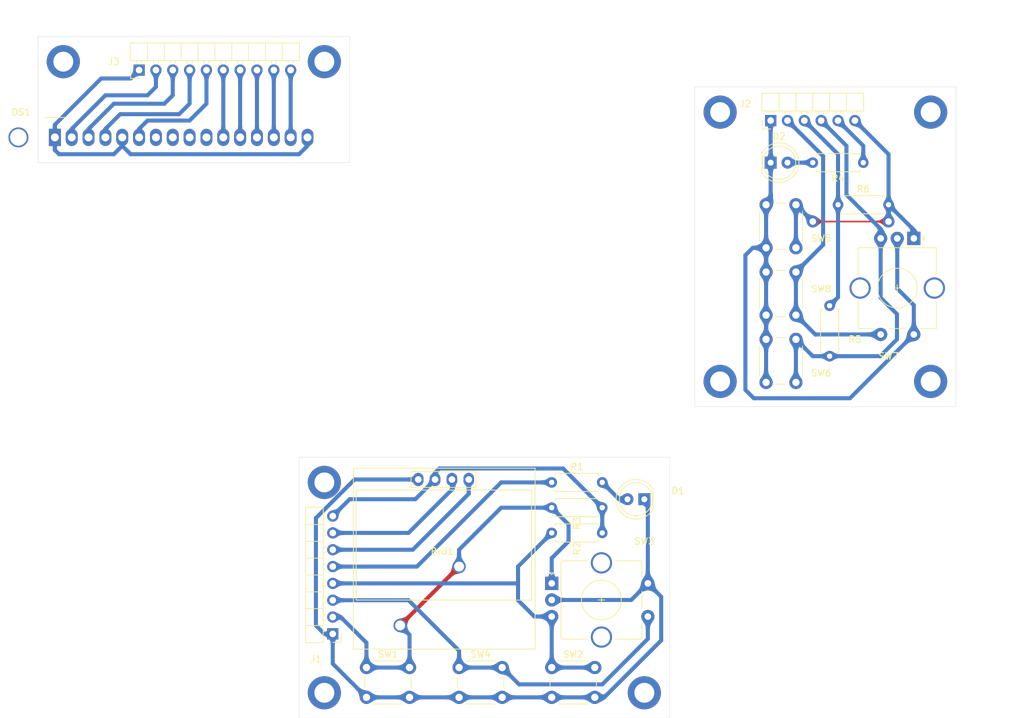
<source format=kicad_pcb>
(kicad_pcb (version 20171130) (host pcbnew "(5.1.10)-1")
  (layers (0 F.Cu signal) (31 B.Cu signal) (34 B.Paste user) (35 F.Paste user) (36 B.SilkS user) (37 F.SilkS user) (38 B.Mask user) (39 F.Mask user) (44 Edge.Cuts user))
  (net 0 "")
  (net 1 "Net-(Brd1-Pad4)")
  (net 2 "Net-(Brd1-Pad3)")
  (net 3 "Net-(Brd1-Pad2)")
  (net 4 "Net-(D1-Pad2)")
  (net 5 "Net-(D2-Pad2)")
  (net 6 "Net-(J1-Pad3)")
  (net 7 "Net-(J1-Pad4)")
  (net 8 "Net-(J1-Pad5)")
  (net 9 "Net-(J2-Pad2)")
  (net 10 "Net-(J2-Pad3)")
  (net 11 "Net-(J2-Pad4)")
  (net 12 "Net-(J2-Pad5)")
  (net 13 "Net-(Brd1-Pad1)")
  (net 14 "Net-(D2-Pad1)")
  (net 15 "Net-(DS1-Pad2)")
  (net 16 "Net-(DS1-Pad3)")
  (net 17 "Net-(DS1-Pad4)")
  (net 18 "Net-(DS1-Pad6)")
  (net 19 "Net-(DS1-Pad7)")
  (net 20 "Net-(DS1-Pad8)")
  (net 21 "Net-(DS1-Pad9)")
  (net 22 "Net-(DS1-Pad10)")
  (net 23 "Net-(DS1-Pad11)")
  (net 24 "Net-(DS1-Pad12)")
  (net 25 "Net-(DS1-Pad13)")
  (net 26 "Net-(DS1-Pad14)")
  (net 27 "Net-(DS1-Pad15)")
  (net 28 "Net-(J2-Pad6)")
  (net 29 "Net-(J1-Pad2)")
  (net 30 "Net-(DS1-Pad1)")
  (module Resistor_THT:R_Axial_DIN0207_L6.3mm_D2.5mm_P7.62mm_Horizontal (layer F.Cu) (at 144.78 128.27 180)
    (fp_text reference R2 (at 3.81 -2.37 90) (layer F.SilkS))
    (fp_text value 10K)
    (pad 2 thru_hole oval (at 7.62 0 180) (size 1.6 1.6) (drill 0.8) (layers *.Cu *.Mask) (net 7 "Net-(J1-Pad4)"))
    (pad 1 thru_hole circle (at 0 0 180) (size 1.6 1.6) (drill 0.8) (layers *.Cu *.Mask) (net 3 "Net-(Brd1-Pad2)"))
  )
  (module Display:WC1602A (layer F.Cu) (at 62.23 68.58)
    (fp_text reference DS1 (at -5.08 -3.81) (layer F.SilkS))
    (fp_text value WC1602A)
    (pad 1 thru_hole rect (at 0 0) (size 1.8 2.6) (drill 1.2) (layers *.Cu *.Mask) (net 30 "Net-(DS1-Pad1)"))
    (pad 2 thru_hole oval (at 2.54 0) (size 1.8 2.6) (drill 1.2) (layers *.Cu *.Mask) (net 15 "Net-(DS1-Pad2)"))
    (pad 3 thru_hole oval (at 5.08 0) (size 1.8 2.6) (drill 1.2) (layers *.Cu *.Mask) (net 16 "Net-(DS1-Pad3)"))
    (pad 4 thru_hole oval (at 7.62 0) (size 1.8 2.6) (drill 1.2) (layers *.Cu *.Mask) (net 17 "Net-(DS1-Pad4)"))
    (pad 5 thru_hole oval (at 10.16 0) (size 1.8 2.6) (drill 1.2) (layers *.Cu *.Mask) (net 30 "Net-(DS1-Pad1)"))
    (pad 6 thru_hole oval (at 12.7 0) (size 1.8 2.6) (drill 1.2) (layers *.Cu *.Mask) (net 18 "Net-(DS1-Pad6)"))
    (pad 7 thru_hole oval (at 15.24 0) (size 1.8 2.6) (drill 1.2) (layers *.Cu *.Mask) (net 19 "Net-(DS1-Pad7)"))
    (pad 8 thru_hole oval (at 17.78 0) (size 1.8 2.6) (drill 1.2) (layers *.Cu *.Mask) (net 20 "Net-(DS1-Pad8)"))
    (pad 9 thru_hole oval (at 20.32 0) (size 1.8 2.6) (drill 1.2) (layers *.Cu *.Mask) (net 21 "Net-(DS1-Pad9)"))
    (pad 10 thru_hole oval (at 22.86 0) (size 1.8 2.6) (drill 1.2) (layers *.Cu *.Mask) (net 22 "Net-(DS1-Pad10)"))
    (pad 11 thru_hole oval (at 25.4 0) (size 1.8 2.6) (drill 1.2) (layers *.Cu *.Mask) (net 23 "Net-(DS1-Pad11)"))
    (pad 12 thru_hole oval (at 27.94 0) (size 1.8 2.6) (drill 1.2) (layers *.Cu *.Mask) (net 24 "Net-(DS1-Pad12)"))
    (pad 13 thru_hole oval (at 30.48 0) (size 1.8 2.6) (drill 1.2) (layers *.Cu *.Mask) (net 25 "Net-(DS1-Pad13)"))
    (pad 14 thru_hole oval (at 33.02 0) (size 1.8 2.6) (drill 1.2) (layers *.Cu *.Mask) (net 26 "Net-(DS1-Pad14)"))
    (pad 15 thru_hole oval (at 35.56 0) (size 1.8 2.6) (drill 1.2) (layers *.Cu *.Mask) (net 27 "Net-(DS1-Pad15)"))
    (pad 16 thru_hole oval (at 38.1 0) (size 1.8 2.6) (drill 1.2) (layers *.Cu *.Mask) (net 30 "Net-(DS1-Pad1)"))
    (pad "" thru_hole circle (at -5.4991 0) (size 3 3) (drill 2.5) (layers *.Cu *.Mask))
  )
  (module SSD1306:128x64OLED (layer F.Cu) (at 120.65 130.81)
    (fp_text reference Brd1 (at 0 0.254) (layer F.SilkS))
    (fp_text value SSD1306)
    (pad 4 thru_hole oval (at 4 -10.6 90) (size 2 1.6) (drill 1) (layers *.Cu *.Mask) (net 1 "Net-(Brd1-Pad4)"))
    (pad 3 thru_hole oval (at 1.46 -10.6 90) (size 2 1.6) (drill 1) (layers *.Cu *.Mask) (net 2 "Net-(Brd1-Pad3)"))
    (pad 1 thru_hole oval (at -3.62 -10.6 90) (size 2 1.6) (drill 1) (layers *.Cu *.Mask) (net 13 "Net-(Brd1-Pad1)"))
    (pad 2 thru_hole oval (at -1.08 -10.6 90) (size 2 1.6) (drill 1) (layers *.Cu *.Mask) (net 3 "Net-(Brd1-Pad2)"))
  )
  (module Resistor_THT:R_Axial_DIN0207_L6.3mm_D2.5mm_P7.62mm_Horizontal (layer F.Cu) (at 184.15 72.39 180)
    (fp_text reference R4 (at 3.81 -2.37) (layer F.SilkS))
    (fp_text value 470)
    (pad 2 thru_hole oval (at 7.62 0 180) (size 1.6 1.6) (drill 0.8) (layers *.Cu *.Mask) (net 5 "Net-(D2-Pad2)"))
    (pad 1 thru_hole circle (at 0 0 180) (size 1.6 1.6) (drill 0.8) (layers *.Cu *.Mask) (net 12 "Net-(J2-Pad5)"))
  )
  (module Connector_PinHeader_2.54mm:PinHeader_1x06_P2.54mm_Horizontal (layer F.Cu) (at 170.18 66.04 90)
    (fp_text reference J2 (at 2.54 -3.81) (layer F.SilkS))
    (fp_text value Conn_01x06)
    (pad 1 thru_hole rect (at 0 0 90) (size 1.7 1.7) (drill 1) (layers *.Cu *.Mask) (net 14 "Net-(D2-Pad1)"))
    (pad 2 thru_hole oval (at 0 2.54 90) (size 1.7 1.7) (drill 1) (layers *.Cu *.Mask) (net 9 "Net-(J2-Pad2)"))
    (pad 3 thru_hole oval (at 0 5.08 90) (size 1.7 1.7) (drill 1) (layers *.Cu *.Mask) (net 10 "Net-(J2-Pad3)"))
    (pad 4 thru_hole oval (at 0 7.62 90) (size 1.7 1.7) (drill 1) (layers *.Cu *.Mask) (net 11 "Net-(J2-Pad4)"))
    (pad 5 thru_hole oval (at 0 10.16 90) (size 1.7 1.7) (drill 1) (layers *.Cu *.Mask) (net 12 "Net-(J2-Pad5)"))
    (pad 6 thru_hole oval (at 0 12.7 90) (size 1.7 1.7) (drill 1) (layers *.Cu *.Mask) (net 28 "Net-(J2-Pad6)"))
  )
  (module Rotary_Encoder:RotaryEncoder_Alps_EC11E-Switch_Vertical_H20mm_CircularMountingHoles (layer F.Cu) (at 191.77 83.82 270)
    (fp_text reference SW7 (at 17.78 3.81) (layer F.SilkS))
    (fp_text value Rotary_Encoder_Switch)
    (pad A thru_hole rect (at 0 0 270) (size 2 2) (drill 1) (layers *.Cu *.Mask) (net 28 "Net-(J2-Pad6)"))
    (pad C thru_hole circle (at 0 2.5 270) (size 2 2) (drill 1) (layers *.Cu *.Mask) (net 14 "Net-(D2-Pad1)"))
    (pad B thru_hole circle (at 0 5 270) (size 2 2) (drill 1) (layers *.Cu *.Mask) (net 11 "Net-(J2-Pad4)"))
    (pad MP thru_hole circle (at 7.5 -3.1 270) (size 3.2 3.2) (drill 2.6) (layers *.Cu *.Mask))
    (pad MP thru_hole circle (at 7.5 8.1 270) (size 3.2 3.2) (drill 2.6) (layers *.Cu *.Mask))
    (pad S2 thru_hole circle (at 14.5 0 270) (size 2 2) (drill 1) (layers *.Cu *.Mask) (net 14 "Net-(D2-Pad1)"))
    (pad S1 thru_hole circle (at 14.5 5 270) (size 2 2) (drill 1) (layers *.Cu *.Mask) (net 9 "Net-(J2-Pad2)"))
  )
  (module Button_Switch_THT:SW_PUSH_6mm (layer F.Cu) (at 173.99 88.9 270)
    (fp_text reference SW8 (at 2.54 -3.81) (layer F.SilkS))
    (fp_text value SW_ENTER)
    (pad 2 thru_hole circle (at 0 4.5) (size 2 2) (drill 1.1) (layers *.Cu *.Mask) (net 14 "Net-(D2-Pad1)"))
    (pad 1 thru_hole circle (at 0 0) (size 2 2) (drill 1.1) (layers *.Cu *.Mask) (net 9 "Net-(J2-Pad2)"))
    (pad 2 thru_hole circle (at 6.5 4.5) (size 2 2) (drill 1.1) (layers *.Cu *.Mask) (net 14 "Net-(D2-Pad1)"))
    (pad 1 thru_hole circle (at 6.5 0) (size 2 2) (drill 1.1) (layers *.Cu *.Mask) (net 9 "Net-(J2-Pad2)"))
  )
  (module Connector_PinHeader_2.54mm:PinHeader_1x08_P2.54mm_Horizontal (layer F.Cu) (at 104.14 143.51 180)
    (fp_text reference J1 (at 2.54 -3.81 180) (layer F.SilkS))
    (fp_text value Conn_01x08)
    (pad 1 thru_hole rect (at 0 0 180) (size 1.7 1.7) (drill 1) (layers *.Cu *.Mask) (net 13 "Net-(Brd1-Pad1)"))
    (pad 2 thru_hole oval (at 0 2.54 180) (size 1.7 1.7) (drill 1) (layers *.Cu *.Mask) (net 29 "Net-(J1-Pad2)"))
    (pad 3 thru_hole oval (at 0 5.08 180) (size 1.7 1.7) (drill 1) (layers *.Cu *.Mask) (net 6 "Net-(J1-Pad3)"))
    (pad 4 thru_hole oval (at 0 7.62 180) (size 1.7 1.7) (drill 1) (layers *.Cu *.Mask) (net 7 "Net-(J1-Pad4)"))
    (pad 5 thru_hole oval (at 0 10.16 180) (size 1.7 1.7) (drill 1) (layers *.Cu *.Mask) (net 8 "Net-(J1-Pad5)"))
    (pad 6 thru_hole oval (at 0 12.7 180) (size 1.7 1.7) (drill 1) (layers *.Cu *.Mask) (net 1 "Net-(Brd1-Pad4)"))
    (pad 7 thru_hole oval (at 0 15.24 180) (size 1.7 1.7) (drill 1) (layers *.Cu *.Mask) (net 2 "Net-(Brd1-Pad3)"))
    (pad 8 thru_hole oval (at 0 17.78 180) (size 1.7 1.7) (drill 1) (layers *.Cu *.Mask) (net 3 "Net-(Brd1-Pad2)"))
  )
  (module Connector_PinHeader_2.54mm:PinHeader_1x10_P2.54mm_Horizontal (layer F.Cu) (at 74.93 58.42 90)
    (fp_text reference J3 (at 1.27 -3.81) (layer F.SilkS))
    (fp_text value Conn_01x10)
    (pad 1 thru_hole rect (at 0 0 90) (size 1.7 1.7) (drill 1) (layers *.Cu *.Mask) (net 30 "Net-(DS1-Pad1)"))
    (pad 2 thru_hole oval (at 0 2.54 90) (size 1.7 1.7) (drill 1) (layers *.Cu *.Mask) (net 15 "Net-(DS1-Pad2)"))
    (pad 3 thru_hole oval (at 0 5.08 90) (size 1.7 1.7) (drill 1) (layers *.Cu *.Mask) (net 16 "Net-(DS1-Pad3)"))
    (pad 4 thru_hole oval (at 0 7.62 90) (size 1.7 1.7) (drill 1) (layers *.Cu *.Mask) (net 17 "Net-(DS1-Pad4)"))
    (pad 5 thru_hole oval (at 0 10.16 90) (size 1.7 1.7) (drill 1) (layers *.Cu *.Mask) (net 18 "Net-(DS1-Pad6)"))
    (pad 6 thru_hole oval (at 0 12.7 90) (size 1.7 1.7) (drill 1) (layers *.Cu *.Mask) (net 23 "Net-(DS1-Pad11)"))
    (pad 7 thru_hole oval (at 0 15.24 90) (size 1.7 1.7) (drill 1) (layers *.Cu *.Mask) (net 24 "Net-(DS1-Pad12)"))
    (pad 8 thru_hole oval (at 0 17.78 90) (size 1.7 1.7) (drill 1) (layers *.Cu *.Mask) (net 25 "Net-(DS1-Pad13)"))
    (pad 9 thru_hole oval (at 0 20.32 90) (size 1.7 1.7) (drill 1) (layers *.Cu *.Mask) (net 26 "Net-(DS1-Pad14)"))
    (pad 10 thru_hole oval (at 0 22.86 90) (size 1.7 1.7) (drill 1) (layers *.Cu *.Mask) (net 27 "Net-(DS1-Pad15)"))
  )
  (module LED_THT:LED_D5.0mm (layer F.Cu) (at 151.13 123.19 180)
    (fp_text reference D1 (at -5.08 1.27) (layer F.SilkS))
    (fp_text value LED)
    (pad 2 thru_hole circle (at 2.54 0 180) (size 1.8 1.8) (drill 0.9) (layers *.Cu *.Mask) (net 4 "Net-(D1-Pad2)"))
    (pad 1 thru_hole rect (at 0 0 180) (size 1.8 1.8) (drill 0.9) (layers *.Cu *.Mask) (net 13 "Net-(Brd1-Pad1)"))
  )
  (module LED_THT:LED_D5.0mm (layer F.Cu) (at 170.18 72.39)
    (fp_text reference D2 (at 1.27 -3.96) (layer F.SilkS))
    (fp_text value LED)
    (pad 1 thru_hole rect (at 0 0) (size 1.8 1.8) (drill 0.9) (layers *.Cu *.Mask) (net 14 "Net-(D2-Pad1)"))
    (pad 2 thru_hole circle (at 2.54 0) (size 1.8 1.8) (drill 0.9) (layers *.Cu *.Mask) (net 5 "Net-(D2-Pad2)"))
  )
  (module Resistor_THT:R_Axial_DIN0207_L6.3mm_D2.5mm_P7.62mm_Horizontal (layer F.Cu) (at 137.16 120.65)
    (fp_text reference R1 (at 3.81 -2.37) (layer F.SilkS))
    (fp_text value 470)
    (pad 1 thru_hole circle (at 0 0) (size 1.6 1.6) (drill 0.8) (layers *.Cu *.Mask) (net 8 "Net-(J1-Pad5)"))
    (pad 2 thru_hole oval (at 7.62 0) (size 1.6 1.6) (drill 0.8) (layers *.Cu *.Mask) (net 4 "Net-(D1-Pad2)"))
  )
  (module Resistor_THT:R_Axial_DIN0207_L6.3mm_D2.5mm_P7.62mm_Horizontal (layer F.Cu) (at 144.78 124.46 180)
    (fp_text reference R3 (at 3.81 -2.37 90) (layer F.SilkS))
    (fp_text value 10K)
    (pad 1 thru_hole circle (at 0 0 180) (size 1.6 1.6) (drill 0.8) (layers *.Cu *.Mask) (net 3 "Net-(Brd1-Pad2)"))
    (pad 2 thru_hole oval (at 7.62 0 180) (size 1.6 1.6) (drill 0.8) (layers *.Cu *.Mask) (net 29 "Net-(J1-Pad2)"))
  )
  (module Resistor_THT:R_Axial_DIN0207_L6.3mm_D2.5mm_P7.62mm_Horizontal (layer F.Cu) (at 179.07 93.98 270)
    (fp_text reference R5 (at 5.08 -3.81) (layer F.SilkS))
    (fp_text value 10K)
    (pad 1 thru_hole circle (at 0 0 270) (size 1.6 1.6) (drill 0.8) (layers *.Cu *.Mask) (net 10 "Net-(J2-Pad3)"))
    (pad 2 thru_hole oval (at 7.62 0 270) (size 1.6 1.6) (drill 0.8) (layers *.Cu *.Mask) (net 11 "Net-(J2-Pad4)"))
  )
  (module Resistor_THT:R_Axial_DIN0207_L6.3mm_D2.5mm_P7.62mm_Horizontal (layer F.Cu) (at 180.34 78.74)
    (fp_text reference R6 (at 3.81 -2.37) (layer F.SilkS))
    (fp_text value 10K)
    (pad 2 thru_hole oval (at 7.62 0) (size 1.6 1.6) (drill 0.8) (layers *.Cu *.Mask) (net 28 "Net-(J2-Pad6)"))
    (pad 1 thru_hole circle (at 0 0) (size 1.6 1.6) (drill 0.8) (layers *.Cu *.Mask) (net 10 "Net-(J2-Pad3)"))
  )
  (module Button_Switch_THT:SW_PUSH_6mm (layer F.Cu) (at 109.22 148.59)
    (fp_text reference SW1 (at 3.25 -2) (layer F.SilkS))
    (fp_text value SW_A)
    (pad 1 thru_hole circle (at 6.5 0 90) (size 2 2) (drill 1.1) (layers *.Cu *.Mask) (net 29 "Net-(J1-Pad2)"))
    (pad 2 thru_hole circle (at 6.5 4.5 90) (size 2 2) (drill 1.1) (layers *.Cu *.Mask) (net 13 "Net-(Brd1-Pad1)"))
    (pad 1 thru_hole circle (at 0 0 90) (size 2 2) (drill 1.1) (layers *.Cu *.Mask) (net 29 "Net-(J1-Pad2)"))
    (pad 2 thru_hole circle (at 0 4.5 90) (size 2 2) (drill 1.1) (layers *.Cu *.Mask) (net 13 "Net-(Brd1-Pad1)"))
  )
  (module Button_Switch_THT:SW_PUSH_6mm (layer F.Cu) (at 137.16 148.59)
    (fp_text reference SW2 (at 3.25 -2) (layer F.SilkS))
    (fp_text value SW_B)
    (pad 2 thru_hole circle (at 0 4.5 90) (size 2 2) (drill 1.1) (layers *.Cu *.Mask) (net 13 "Net-(Brd1-Pad1)"))
    (pad 1 thru_hole circle (at 0 0 90) (size 2 2) (drill 1.1) (layers *.Cu *.Mask) (net 7 "Net-(J1-Pad4)"))
    (pad 2 thru_hole circle (at 6.5 4.5 90) (size 2 2) (drill 1.1) (layers *.Cu *.Mask) (net 13 "Net-(Brd1-Pad1)"))
    (pad 1 thru_hole circle (at 6.5 0 90) (size 2 2) (drill 1.1) (layers *.Cu *.Mask) (net 7 "Net-(J1-Pad4)"))
  )
  (module Rotary_Encoder:RotaryEncoder_Alps_EC11E-Switch_Vertical_H20mm_CircularMountingHoles (layer F.Cu) (at 137.16 135.89)
    (fp_text reference SW3 (at 13.97 -6.35) (layer F.SilkS))
    (fp_text value Rotary_Encoder_Switch)
    (pad S1 thru_hole circle (at 14.5 5) (size 2 2) (drill 1) (layers *.Cu *.Mask) (net 6 "Net-(J1-Pad3)"))
    (pad S2 thru_hole circle (at 14.5 0) (size 2 2) (drill 1) (layers *.Cu *.Mask) (net 13 "Net-(Brd1-Pad1)"))
    (pad MP thru_hole circle (at 7.5 8.1) (size 3.2 3.2) (drill 2.6) (layers *.Cu *.Mask))
    (pad MP thru_hole circle (at 7.5 -3.1) (size 3.2 3.2) (drill 2.6) (layers *.Cu *.Mask))
    (pad B thru_hole circle (at 0 5) (size 2 2) (drill 1) (layers *.Cu *.Mask) (net 7 "Net-(J1-Pad4)"))
    (pad C thru_hole circle (at 0 2.5) (size 2 2) (drill 1) (layers *.Cu *.Mask) (net 13 "Net-(Brd1-Pad1)"))
    (pad A thru_hole rect (at 0 0) (size 2 2) (drill 1) (layers *.Cu *.Mask) (net 29 "Net-(J1-Pad2)"))
  )
  (module Button_Switch_THT:SW_PUSH_6mm (layer F.Cu) (at 123.19 148.59)
    (fp_text reference SW4 (at 3.25 -2) (layer F.SilkS))
    (fp_text value SW_ENTER)
    (pad 1 thru_hole circle (at 6.5 0 90) (size 2 2) (drill 1.1) (layers *.Cu *.Mask) (net 6 "Net-(J1-Pad3)"))
    (pad 2 thru_hole circle (at 6.5 4.5 90) (size 2 2) (drill 1.1) (layers *.Cu *.Mask) (net 13 "Net-(Brd1-Pad1)"))
    (pad 1 thru_hole circle (at 0 0 90) (size 2 2) (drill 1.1) (layers *.Cu *.Mask) (net 6 "Net-(J1-Pad3)"))
    (pad 2 thru_hole circle (at 0 4.5 90) (size 2 2) (drill 1.1) (layers *.Cu *.Mask) (net 13 "Net-(Brd1-Pad1)"))
  )
  (module Button_Switch_THT:SW_PUSH_6mm (layer F.Cu) (at 173.99 78.74 270)
    (fp_text reference SW5 (at 5.08 -3.81) (layer F.SilkS))
    (fp_text value SW_A)
    (pad 2 thru_hole circle (at 0 4.5) (size 2 2) (drill 1.1) (layers *.Cu *.Mask) (net 14 "Net-(D2-Pad1)"))
    (pad 1 thru_hole circle (at 0 0) (size 2 2) (drill 1.1) (layers *.Cu *.Mask) (net 28 "Net-(J2-Pad6)"))
    (pad 2 thru_hole circle (at 6.5 4.5) (size 2 2) (drill 1.1) (layers *.Cu *.Mask) (net 14 "Net-(D2-Pad1)"))
    (pad 1 thru_hole circle (at 6.5 0) (size 2 2) (drill 1.1) (layers *.Cu *.Mask) (net 28 "Net-(J2-Pad6)"))
  )
  (module Button_Switch_THT:SW_PUSH_6mm (layer F.Cu) (at 173.99 99.06 270)
    (fp_text reference SW6 (at 5.08 -3.81) (layer F.SilkS))
    (fp_text value SW_B)
    (pad 1 thru_hole circle (at 6.5 0) (size 2 2) (drill 1.1) (layers *.Cu *.Mask) (net 11 "Net-(J2-Pad4)"))
    (pad 2 thru_hole circle (at 6.5 4.5) (size 2 2) (drill 1.1) (layers *.Cu *.Mask) (net 14 "Net-(D2-Pad1)"))
    (pad 1 thru_hole circle (at 0 0) (size 2 2) (drill 1.1) (layers *.Cu *.Mask) (net 11 "Net-(J2-Pad4)"))
    (pad 2 thru_hole circle (at 0 4.5) (size 2 2) (drill 1.1) (layers *.Cu *.Mask) (net 14 "Net-(D2-Pad1)"))
  )
  (gr_line (start 106.68 53.34) (end 106.68 57.15) (layer Edge.Cuts) (width 0.05))
  (gr_line (start 59.69 53.34) (end 106.68 53.34) (layer Edge.Cuts) (width 0.05))
  (gr_line (start 59.69 72.39) (end 59.69 53.34) (layer Edge.Cuts) (width 0.05))
  (gr_line (start 106.68 72.39) (end 59.69 72.39) (layer Edge.Cuts) (width 0.05))
  (gr_line (start 158.75 60.96) (end 198.12 60.96) (layer Edge.Cuts) (width 0.05))
  (gr_line (start 158.75 109.22) (end 158.75 60.96) (layer Edge.Cuts) (width 0.05))
  (gr_line (start 106.68 72.39) (end 106.68 57.15) (layer Edge.Cuts) (width 0.05))
  (gr_line (start 198.12 109.22) (end 198.12 60.96) (layer Edge.Cuts) (width 0.05))
  (gr_line (start 99.06 116.84) (end 100.33 116.84) (layer Edge.Cuts) (width 0.05))
  (gr_line (start 99.06 156.21) (end 99.06 116.84) (layer Edge.Cuts) (width 0.05))
  (gr_line (start 100.33 156.21) (end 99.06 156.21) (layer Edge.Cuts) (width 0.05))
  (gr_line (start 154.94 156.21) (end 100.33 156.21) (layer Edge.Cuts) (width 0.05))
  (gr_line (start 154.94 116.84) (end 154.94 156.21) (layer Edge.Cuts) (width 0.05))
  (gr_line (start 100.33 116.84) (end 154.94 116.84) (layer Edge.Cuts) (width 0.05))
  (gr_line (start 198.12 109.22) (end 158.75 109.22) (layer Edge.Cuts) (width 0.05))
  (via (at 102.87 120.65) (size 5) (drill 3) (layers F.Cu B.Cu) (net 0))
  (via (at 102.87 152.4) (size 5) (drill 3) (layers F.Cu B.Cu) (net 0))
  (via (at 151.13 152.4) (size 5) (drill 3) (layers F.Cu B.Cu) (net 0))
  (via (at 63.5 57.15) (size 5) (drill 3) (layers F.Cu B.Cu) (net 0))
  (via (at 194.31 105.41) (size 5) (drill 3) (layers F.Cu B.Cu) (net 0))
  (via (at 194.31 64.77) (size 5) (drill 3) (layers F.Cu B.Cu) (net 0))
  (via (at 102.87 57.15) (size 5) (drill 3) (layers F.Cu B.Cu) (net 0))
  (via (at 162.56 105.41) (size 5) (drill 3) (layers F.Cu B.Cu) (net 0))
  (via (at 162.56 64.77) (size 5) (drill 3) (layers F.Cu B.Cu) (net 0))
  (segment (start 104.14 130.81) (end 116.205 130.81) (width 0.6096) (layer B.Cu) (net 1))
  (segment (start 124.65 122.365) (end 124.65 120.21) (width 0.6096) (layer B.Cu) (net 1))
  (segment (start 116.205 130.81) (end 124.65 122.365) (width 0.6096) (layer B.Cu) (net 1))
  (segment (start 104.14 128.27) (end 115.57 128.27) (width 0.6096) (layer B.Cu) (net 2))
  (segment (start 122.11 121.73) (end 122.11 120.21) (width 0.6096) (layer B.Cu) (net 2))
  (segment (start 115.57 128.27) (end 122.11 121.73) (width 0.6096) (layer B.Cu) (net 2))
  (segment (start 106.68 123.19) (end 104.14 125.73) (width 0.6096) (layer B.Cu) (net 3))
  (segment (start 116.59 123.19) (end 106.68 123.19) (width 0.6096) (layer B.Cu) (net 3))
  (segment (start 119.57 120.21) (end 116.59 123.19) (width 0.6096) (layer B.Cu) (net 3))
  (segment (start 144.78 128.27) (end 144.78 124.46) (width 0.6096) (layer B.Cu) (net 3))
  (segment (start 119.57 120.21) (end 119.57 119.19) (width 0.6096) (layer B.Cu) (net 3))
  (segment (start 138.86919 118.54919) (end 144.78 124.46) (width 0.6096) (layer B.Cu) (net 3))
  (segment (start 120.21081 118.54919) (end 138.86919 118.54919) (width 0.6096) (layer B.Cu) (net 3))
  (segment (start 119.57 119.19) (end 120.21081 118.54919) (width 0.6096) (layer B.Cu) (net 3))
  (segment (start 147.32 123.19) (end 144.78 120.65) (width 0.6096) (layer B.Cu) (net 4))
  (segment (start 148.59 123.19) (end 147.32 123.19) (width 0.6096) (layer B.Cu) (net 4))
  (segment (start 172.72 72.39) (end 176.53 72.39) (width 0.6096) (layer B.Cu) (net 5))
  (segment (start 104.14 138.43) (end 115.57 138.43) (width 0.6096) (layer B.Cu) (net 6))
  (segment (start 123.19 146.05) (end 123.19 148.59) (width 0.6096) (layer B.Cu) (net 6))
  (segment (start 115.57 138.43) (end 123.19 146.05) (width 0.6096) (layer B.Cu) (net 6))
  (segment (start 123.19 148.59) (end 129.69 148.59) (width 0.6096) (layer B.Cu) (net 6))
  (segment (start 151.66 144.25) (end 151.66 140.89) (width 0.6096) (layer B.Cu) (net 6))
  (segment (start 144.78 151.13) (end 151.66 144.25) (width 0.6096) (layer B.Cu) (net 6))
  (segment (start 132.23 151.13) (end 144.78 151.13) (width 0.6096) (layer B.Cu) (net 6))
  (segment (start 129.69 148.59) (end 132.23 151.13) (width 0.6096) (layer B.Cu) (net 6))
  (segment (start 137.16 148.59) (end 137.16 140.89) (width 0.6096) (layer B.Cu) (net 7))
  (segment (start 137.16 148.59) (end 143.66 148.59) (width 0.6096) (layer B.Cu) (net 7))
  (segment (start 137.16 140.89) (end 134.54 140.89) (width 0.6096) (layer B.Cu) (net 7))
  (segment (start 134.54 140.89) (end 132.08 138.43) (width 0.6096) (layer B.Cu) (net 7))
  (segment (start 132.08 133.35) (end 137.16 128.27) (width 0.6096) (layer B.Cu) (net 7))
  (segment (start 104.14 135.89) (end 132.08 135.89) (width 0.6096) (layer B.Cu) (net 7))
  (segment (start 132.08 135.89) (end 132.08 133.35) (width 0.6096) (layer B.Cu) (net 7))
  (segment (start 132.08 138.43) (end 132.08 135.89) (width 0.6096) (layer B.Cu) (net 7))
  (segment (start 104.14 133.35) (end 116.84 133.35) (width 0.6096) (layer B.Cu) (net 8))
  (segment (start 116.84 133.35) (end 129.54 120.65) (width 0.6096) (layer B.Cu) (net 8))
  (segment (start 129.54 120.65) (end 137.16 120.65) (width 0.6096) (layer B.Cu) (net 8))
  (segment (start 186.77 98.32) (end 177.06 98.32) (width 0.25) (layer B.Cu) (net 9))
  (segment (start 173.99 88.9) (end 173.99 95.4) (width 0.6096) (layer B.Cu) (net 9))
  (segment (start 176.91 98.32) (end 177.06 98.32) (width 0.6096) (layer B.Cu) (net 9))
  (segment (start 178.090801 84.799199) (end 178.090801 71.410801) (width 0.6096) (layer B.Cu) (net 9))
  (segment (start 173.99 88.9) (end 178.090801 84.799199) (width 0.6096) (layer B.Cu) (net 9))
  (segment (start 178.090801 71.410801) (end 172.72 66.04) (width 0.6096) (layer B.Cu) (net 9))
  (segment (start 186.77 98.32) (end 176.91 98.32) (width 0.6096) (layer B.Cu) (net 9))
  (segment (start 176.91 98.32) (end 173.99 95.4) (width 0.6096) (layer B.Cu) (net 9))
  (segment (start 180.34 92.71) (end 179.07 93.98) (width 0.6096) (layer B.Cu) (net 10))
  (segment (start 180.34 78.74) (end 180.34 92.71) (width 0.6096) (layer B.Cu) (net 10))
  (segment (start 180.34 71.12) (end 180.34 78.74) (width 0.6096) (layer B.Cu) (net 10))
  (segment (start 175.26 66.04) (end 180.34 71.12) (width 0.6096) (layer B.Cu) (net 10))
  (segment (start 173.99 105.56) (end 173.99 99.06) (width 0.6096) (layer B.Cu) (net 11))
  (segment (start 173.99 99.06) (end 176.53 101.6) (width 0.6096) (layer B.Cu) (net 11))
  (segment (start 176.53 101.6) (end 179.07 101.6) (width 0.6096) (layer B.Cu) (net 11))
  (segment (start 179.07 101.6) (end 186.69 101.6) (width 0.6096) (layer B.Cu) (net 11))
  (segment (start 189.23 99.06) (end 186.69 101.6) (width 0.6096) (layer B.Cu) (net 11))
  (segment (start 189.23 99.06) (end 189.23 95.25) (width 0.6096) (layer B.Cu) (net 11))
  (segment (start 189.23 95.25) (end 186.77 92.79) (width 0.6096) (layer B.Cu) (net 11))
  (segment (start 186.77 92.79) (end 186.77 83.82) (width 0.6096) (layer B.Cu) (net 11))
  (segment (start 181.61 77.245787) (end 186.77 82.405787) (width 0.6096) (layer B.Cu) (net 11))
  (segment (start 186.77 82.405787) (end 186.77 83.82) (width 0.6096) (layer B.Cu) (net 11))
  (segment (start 181.61 69.85) (end 181.61 77.245787) (width 0.6096) (layer B.Cu) (net 11))
  (segment (start 177.8 66.04) (end 181.61 69.85) (width 0.6096) (layer B.Cu) (net 11))
  (segment (start 184.15 69.85) (end 184.15 72.39) (width 0.6096) (layer B.Cu) (net 12))
  (segment (start 184.15 69.85) (end 180.34 66.04) (width 0.6096) (layer B.Cu) (net 12))
  (segment (start 143.66 153.09) (end 137.16 153.09) (width 0.6096) (layer B.Cu) (net 13))
  (segment (start 137.16 153.09) (end 129.69 153.09) (width 0.6096) (layer B.Cu) (net 13))
  (segment (start 129.69 153.09) (end 123.19 153.09) (width 0.6096) (layer B.Cu) (net 13))
  (segment (start 123.19 153.09) (end 115.72 153.09) (width 0.6096) (layer B.Cu) (net 13))
  (segment (start 115.72 153.09) (end 109.22 153.09) (width 0.6096) (layer B.Cu) (net 13))
  (segment (start 104.14 148.01) (end 104.14 143.51) (width 0.6096) (layer B.Cu) (net 13))
  (segment (start 109.22 153.09) (end 104.14 148.01) (width 0.6096) (layer B.Cu) (net 13))
  (segment (start 149.16 138.39) (end 151.66 135.89) (width 0.6096) (layer B.Cu) (net 13))
  (segment (start 137.16 138.39) (end 149.16 138.39) (width 0.6096) (layer B.Cu) (net 13))
  (segment (start 104.14 143.51) (end 102.87 143.51) (width 0.6096) (layer B.Cu) (net 13))
  (segment (start 102.87 143.51) (end 101.6 142.24) (width 0.6096) (layer B.Cu) (net 13))
  (segment (start 101.6 126.034014) (end 107.424014 120.21) (width 0.6096) (layer B.Cu) (net 13))
  (segment (start 107.424014 120.21) (end 117.03 120.21) (width 0.6096) (layer B.Cu) (net 13))
  (segment (start 101.6 142.24) (end 101.6 126.034014) (width 0.6096) (layer B.Cu) (net 13))
  (segment (start 145.074213 153.09) (end 153.67 144.494213) (width 0.6096) (layer B.Cu) (net 13))
  (segment (start 143.66 153.09) (end 145.074213 153.09) (width 0.6096) (layer B.Cu) (net 13))
  (segment (start 153.67 137.9) (end 151.66 135.89) (width 0.6096) (layer B.Cu) (net 13))
  (segment (start 153.67 144.494213) (end 153.67 137.9) (width 0.6096) (layer B.Cu) (net 13))
  (segment (start 151.66 123.72) (end 151.13 123.19) (width 0.6096) (layer B.Cu) (net 13))
  (segment (start 151.66 135.89) (end 151.66 123.72) (width 0.6096) (layer B.Cu) (net 13))
  (segment (start 169.49 73.08) (end 170.18 72.39) (width 0.25) (layer B.Cu) (net 14))
  (segment (start 170.18 72.39) (end 170.18 66.04) (width 0.6096) (layer B.Cu) (net 14))
  (segment (start 170.18 78.05) (end 169.49 78.74) (width 0.6096) (layer B.Cu) (net 14))
  (segment (start 170.18 72.39) (end 170.18 78.05) (width 0.6096) (layer B.Cu) (net 14))
  (segment (start 169.49 78.74) (end 169.49 85.24) (width 0.6096) (layer B.Cu) (net 14))
  (segment (start 169.49 85.24) (end 169.49 88.9) (width 0.6096) (layer B.Cu) (net 14))
  (segment (start 169.49 88.9) (end 169.49 95.4) (width 0.6096) (layer B.Cu) (net 14))
  (segment (start 169.49 95.4) (end 169.49 99.06) (width 0.6096) (layer B.Cu) (net 14))
  (segment (start 169.49 99.06) (end 169.49 105.56) (width 0.6096) (layer B.Cu) (net 14))
  (segment (start 191.77 93.9) (end 189.27 91.4) (width 0.6096) (layer B.Cu) (net 14))
  (segment (start 191.77 98.32) (end 191.77 93.9) (width 0.6096) (layer B.Cu) (net 14))
  (segment (start 189.27 91.4) (end 189.27 83.82) (width 0.6096) (layer B.Cu) (net 14))
  (segment (start 166.37 86.36) (end 167.49 85.24) (width 0.6096) (layer B.Cu) (net 14))
  (segment (start 166.37 106.68) (end 166.37 86.36) (width 0.6096) (layer B.Cu) (net 14))
  (segment (start 182.14 107.95) (end 167.64 107.95) (width 0.6096) (layer B.Cu) (net 14))
  (segment (start 167.64 107.95) (end 166.37 106.68) (width 0.6096) (layer B.Cu) (net 14))
  (segment (start 191.77 98.32) (end 182.14 107.95) (width 0.6096) (layer B.Cu) (net 14))
  (segment (start 167.49 85.24) (end 169.49 85.24) (width 0.6096) (layer B.Cu) (net 14))
  (segment (start 76.2 62.23) (end 77.47 60.96) (width 0.6096) (layer B.Cu) (net 15))
  (segment (start 69.85 62.23) (end 76.2 62.23) (width 0.6096) (layer B.Cu) (net 15))
  (segment (start 77.47 60.96) (end 77.47 58.42) (width 0.6096) (layer B.Cu) (net 15))
  (segment (start 64.77 67.31) (end 69.85 62.23) (width 0.6096) (layer B.Cu) (net 15))
  (segment (start 64.77 68.58) (end 64.77 67.31) (width 0.6096) (layer B.Cu) (net 15))
  (segment (start 67.31 68.58) (end 67.31 68.484422) (width 0.6096) (layer B.Cu) (net 16))
  (segment (start 80.01 62.23) (end 80.01 59.69) (width 0.6096) (layer B.Cu) (net 16))
  (segment (start 67.31 68.58) (end 67.31 67.31) (width 0.6096) (layer B.Cu) (net 16))
  (segment (start 67.31 67.31) (end 71.12 63.5) (width 0.6096) (layer B.Cu) (net 16))
  (segment (start 78.74 63.5) (end 80.01 62.23) (width 0.6096) (layer B.Cu) (net 16))
  (segment (start 71.12 63.5) (end 78.74 63.5) (width 0.6096) (layer B.Cu) (net 16))
  (segment (start 80.01 59.69) (end 80.01 58.42) (width 0.6096) (layer B.Cu) (net 16))
  (segment (start 69.85 68.58) (end 69.85 67.31) (width 0.6096) (layer B.Cu) (net 17))
  (segment (start 72.08561 65.07439) (end 80.97561 65.07439) (width 0.6096) (layer B.Cu) (net 17))
  (segment (start 69.85 67.31) (end 72.08561 65.07439) (width 0.6096) (layer B.Cu) (net 17))
  (segment (start 80.97561 65.07439) (end 82.55 63.5) (width 0.6096) (layer B.Cu) (net 17))
  (segment (start 82.55 63.5) (end 82.55 59.69) (width 0.6096) (layer B.Cu) (net 17))
  (segment (start 82.55 59.69) (end 82.55 58.42) (width 0.6096) (layer B.Cu) (net 17))
  (segment (start 74.93 68.58) (end 74.93 67.31) (width 0.6096) (layer B.Cu) (net 18))
  (segment (start 74.93 67.31) (end 76.2 66.04) (width 0.6096) (layer B.Cu) (net 18))
  (segment (start 76.2 66.04) (end 82.55 66.04) (width 0.6096) (layer B.Cu) (net 18))
  (segment (start 82.55 66.04) (end 85.09 63.5) (width 0.6096) (layer B.Cu) (net 18))
  (segment (start 85.09 63.5) (end 85.09 59.69) (width 0.6096) (layer B.Cu) (net 18))
  (segment (start 85.09 59.69) (end 85.09 58.42) (width 0.6096) (layer B.Cu) (net 18))
  (segment (start 87.63 68.58) (end 87.63 59.69) (width 0.6096) (layer B.Cu) (net 23))
  (segment (start 87.63 59.69) (end 87.63 58.42) (width 0.6096) (layer B.Cu) (net 23))
  (segment (start 90.17 59.69) (end 90.17 58.42) (width 0.6096) (layer B.Cu) (net 24))
  (segment (start 90.17 68.58) (end 90.17 59.69) (width 0.6096) (layer B.Cu) (net 24))
  (segment (start 92.71 68.58) (end 92.71 59.69) (width 0.6096) (layer B.Cu) (net 25))
  (segment (start 92.71 59.69) (end 92.71 58.42) (width 0.6096) (layer B.Cu) (net 25))
  (segment (start 95.25 59.69) (end 95.25 58.42) (width 0.6096) (layer B.Cu) (net 26))
  (segment (start 95.25 68.58) (end 95.25 59.69) (width 0.6096) (layer B.Cu) (net 26))
  (segment (start 97.79 68.58) (end 97.79 59.69) (width 0.6096) (layer B.Cu) (net 27))
  (segment (start 97.79 59.69) (end 97.79 58.42) (width 0.6096) (layer B.Cu) (net 27))
  (via (at 176.53 81.28) (size 1.8) (drill 1) (layers F.Cu B.Cu) (net 28))
  (via (at 187.96 81.28) (size 1.8) (drill 1) (layers F.Cu B.Cu) (net 28))
  (segment (start 187.96 81.28) (end 176.53 81.28) (width 0.25) (layer F.Cu) (net 28))
  (segment (start 173.99 85.24) (end 173.99 78.74) (width 0.6096) (layer B.Cu) (net 28))
  (segment (start 176.53 81.28) (end 173.99 78.74) (width 0.6096) (layer B.Cu) (net 28))
  (segment (start 182.88 66.04) (end 187.96 71.12) (width 0.6096) (layer B.Cu) (net 28))
  (segment (start 187.96 71.12) (end 187.96 78.74) (width 0.6096) (layer B.Cu) (net 28))
  (segment (start 187.96 78.74) (end 191.77 82.55) (width 0.6096) (layer B.Cu) (net 28))
  (segment (start 191.77 82.55) (end 191.77 83.82) (width 0.6096) (layer B.Cu) (net 28))
  (segment (start 187.96 78.74) (end 187.96 81.28) (width 0.6096) (layer B.Cu) (net 28))
  (segment (start 105.342081 140.97) (end 104.14 140.97) (width 0.6096) (layer B.Cu) (net 29))
  (segment (start 109.22 144.847919) (end 105.342081 140.97) (width 0.6096) (layer B.Cu) (net 29))
  (segment (start 109.22 148.59) (end 109.22 144.847919) (width 0.6096) (layer B.Cu) (net 29))
  (segment (start 109.22 148.59) (end 115.72 148.59) (width 0.6096) (layer B.Cu) (net 29))
  (segment (start 139.7 127) (end 137.16 124.46) (width 0.6096) (layer B.Cu) (net 29))
  (segment (start 139.7 129.54) (end 139.7 127) (width 0.6096) (layer B.Cu) (net 29))
  (segment (start 137.16 132.08) (end 139.7 129.54) (width 0.6096) (layer B.Cu) (net 29))
  (segment (start 137.16 135.89) (end 137.16 132.08) (width 0.6096) (layer B.Cu) (net 29))
  (segment (start 137.16 124.46) (end 130.81 124.46) (width 0.6096) (layer B.Cu) (net 29))
  (segment (start 130.81 124.46) (end 129.54 124.46) (width 0.6096) (layer B.Cu) (net 29))
  (segment (start 129.54 124.46) (end 123.19 130.81) (width 0.6096) (layer B.Cu) (net 29))
  (via (at 123.19 133.35) (size 2) (drill 1.5) (layers F.Cu B.Cu) (net 29))
  (segment (start 123.19 130.81) (end 123.19 133.35) (width 0.6096) (layer B.Cu) (net 29))
  (via (at 114.3 142.24) (size 2) (drill 1.5) (layers F.Cu B.Cu) (net 29))
  (segment (start 123.19 133.35) (end 114.3 142.24) (width 0.6096) (layer F.Cu) (net 29))
  (segment (start 115.72 143.66) (end 115.72 148.59) (width 0.6096) (layer B.Cu) (net 29))
  (segment (start 114.3 142.24) (end 115.72 143.66) (width 0.6096) (layer B.Cu) (net 29))
  (segment (start 100.33 69.85) (end 99.06 71.12) (width 0.6096) (layer B.Cu) (net 30))
  (segment (start 100.33 68.58) (end 100.33 69.85) (width 0.6096) (layer B.Cu) (net 30))
  (segment (start 99.06 71.12) (end 73.66 71.12) (width 0.6096) (layer B.Cu) (net 30))
  (segment (start 73.66 71.12) (end 72.39 69.85) (width 0.6096) (layer B.Cu) (net 30))
  (segment (start 72.39 68.58) (end 72.39 69.85) (width 0.6096) (layer B.Cu) (net 30))
  (segment (start 72.39 69.85) (end 71.12 71.12) (width 0.6096) (layer B.Cu) (net 30))
  (segment (start 62.23 70.4896) (end 62.23 68.58) (width 0.6096) (layer B.Cu) (net 30))
  (segment (start 62.8604 71.12) (end 62.23 70.4896) (width 0.6096) (layer B.Cu) (net 30))
  (segment (start 71.12 71.12) (end 62.8604 71.12) (width 0.6096) (layer B.Cu) (net 30))
  (segment (start 62.23 66.6704) (end 69.2104 59.69) (width 0.6096) (layer B.Cu) (net 30))
  (segment (start 62.23 68.58) (end 62.23 66.6704) (width 0.6096) (layer B.Cu) (net 30))
  (segment (start 73.66 59.69) (end 74.93 58.42) (width 0.6096) (layer B.Cu) (net 30))
  (segment (start 69.2104 59.69) (end 73.66 59.69) (width 0.6096) (layer B.Cu) (net 30))
  (zone (net 3) (net_name "Net-(Brd1-Pad2)") (layer B.Cu) (priority 16962) (connect_pads yes (clearance 0.356)) (min_thickness 0.0254) (fill yes (arc_segments 32) (thermal_gap 0.508) (thermal_bridge_width 0.508))
    (polygon (pts (xy 105.119483 124.319465) (xy 104.97923 124.451311) (xy 104.852366 124.553798) (xy 104.735072 124.632012) (xy 104.623527 124.691039) (xy 104.513911 124.735964) (xy 104.402403 124.771874) (xy 104.285183 124.803854) (xy 104.158431 124.83699) (xy 104.018327 124.876369) (xy 103.861051 124.927076) (xy 103.83948 126.03052) (xy 104.942924 126.008949) (xy 104.99363 125.851672) (xy 105.033009 125.711568) (xy 105.066145 125.584816) (xy 105.098125 125.467596) (xy 105.134035 125.356088) (xy 105.17896 125.246472) (xy 105.237987 125.134927) (xy 105.316201 125.017633) (xy 105.418688 124.890769) (xy 105.550535 124.750517)))
  )
  (zone (net 3) (net_name "Net-(Brd1-Pad2)") (layer B.Cu) (priority 16962) (connect_pads yes (clearance 0.356)) (min_thickness 0.0254) (fill yes (arc_segments 32) (thermal_gap 0.508) (thermal_bridge_width 0.508))
    (polygon (pts (xy 118.661227 121.549825) (xy 118.792479 121.42588) (xy 118.910984 121.328662) (xy 119.020344 121.253608) (xy 119.124163 121.196159) (xy 119.226046 121.151751) (xy 119.329595 121.115824) (xy 119.438415 121.083816) (xy 119.55611 121.051166) (xy 119.686284 121.013312) (xy 119.83254 120.965693) (xy 119.852842 119.927158) (xy 118.814307 119.94746) (xy 118.766687 120.093715) (xy 118.728833 120.223889) (xy 118.696183 120.341584) (xy 118.664175 120.450404) (xy 118.628248 120.553953) (xy 118.58384 120.655836) (xy 118.526391 120.759655) (xy 118.451337 120.869015) (xy 118.354119 120.98752) (xy 118.230175 121.118773)))
  )
  (zone (net 5) (net_name "Net-(D2-Pad2)") (layer B.Cu) (priority 16962) (connect_pads yes (clearance 0.356)) (min_thickness 0.0254) (fill yes (arc_segments 32) (thermal_gap 0.508) (thermal_bridge_width 0.508))
    (polygon (pts (xy 174.94 72.6948) (xy 175.120452 72.699967) (xy 175.272991 72.715019) (xy 175.403391 72.739278) (xy 175.517425 72.772066) (xy 175.620868 72.812707) (xy 175.719493 72.860523) (xy 175.819074 72.914838) (xy 175.925384 72.974974) (xy 176.044198 73.040253) (xy 176.181289 73.11) (xy 176.93 72.39) (xy 176.181289 71.67) (xy 176.044198 71.739746) (xy 175.925384 71.805025) (xy 175.819074 71.865161) (xy 175.719493 71.919476) (xy 175.620868 71.967292) (xy 175.517425 72.007933) (xy 175.403391 72.040721) (xy 175.272991 72.06498) (xy 175.120452 72.080032) (xy 174.94 72.0852)))
  )
  (zone (net 5) (net_name "Net-(D2-Pad2)") (layer B.Cu) (priority 16962) (connect_pads yes (clearance 0.356)) (min_thickness 0.0254) (fill yes (arc_segments 32) (thermal_gap 0.508) (thermal_bridge_width 0.508))
    (polygon (pts (xy 174.51 72.0852) (xy 174.305617 72.078477) (xy 174.133784 72.059052) (xy 173.987677 72.028038) (xy 173.860477 71.986549) (xy 173.74536 71.935699) (xy 173.635507 71.8766) (xy 173.524096 71.810367) (xy 173.404305 71.738114) (xy 173.269313 71.660953) (xy 173.1123 71.58) (xy 172.27 72.39) (xy 173.1123 73.2) (xy 173.269313 73.119046) (xy 173.404305 73.041885) (xy 173.524096 72.969632) (xy 173.635507 72.903399) (xy 173.74536 72.8443) (xy 173.860477 72.79345) (xy 173.987677 72.751961) (xy 174.133784 72.720947) (xy 174.305617 72.701522) (xy 174.51 72.6948)))
  )
  (zone (net 6) (net_name "Net-(J1-Pad3)") (layer B.Cu) (priority 16962) (connect_pads yes (clearance 0.356)) (min_thickness 0.0254) (fill yes (arc_segments 32) (thermal_gap 0.508) (thermal_bridge_width 0.508))
    (polygon (pts (xy 105.83 138.1252) (xy 105.637596 138.119255) (xy 105.475421 138.102019) (xy 105.337175 138.074385) (xy 105.216563 138.037249) (xy 105.107285 137.991505) (xy 105.003045 137.938049) (xy 104.897544 137.877776) (xy 104.784486 137.81158) (xy 104.657572 137.740356) (xy 104.510506 137.665) (xy 103.715 138.43) (xy 104.510506 139.195) (xy 104.657572 139.119643) (xy 104.784486 139.048419) (xy 104.897544 138.982223) (xy 105.003045 138.92195) (xy 105.107285 138.868494) (xy 105.216563 138.82275) (xy 105.337175 138.785614) (xy 105.475421 138.75798) (xy 105.637596 138.740744) (xy 105.83 138.7348)))
  )
  (zone (net 6) (net_name "Net-(J1-Pad3)") (layer B.Cu) (priority 16962) (connect_pads yes (clearance 0.356)) (min_thickness 0.0254) (fill yes (arc_segments 32) (thermal_gap 0.508) (thermal_bridge_width 0.508))
    (polygon (pts (xy 122.8852 146.6) (xy 122.876918 146.828402) (xy 122.853109 147.0196) (xy 122.815326 147.181461) (xy 122.765121 147.321856) (xy 122.704048 147.448654) (xy 122.633658 147.569724) (xy 122.555506 147.692936) (xy 122.471143 147.826158) (xy 122.382124 147.977259) (xy 122.29 148.154111) (xy 123.19 149.09) (xy 124.09 148.154111) (xy 123.997875 147.977259) (xy 123.908856 147.826158) (xy 123.824493 147.692936) (xy 123.746341 147.569724) (xy 123.675951 147.448654) (xy 123.614878 147.321856) (xy 123.564673 147.181461) (xy 123.52689 147.0196) (xy 123.503081 146.828402) (xy 123.4948 146.6)))
  )
  (zone (net 6) (net_name "Net-(J1-Pad3)") (layer B.Cu) (priority 16962) (connect_pads yes (clearance 0.356)) (min_thickness 0.0254) (fill yes (arc_segments 32) (thermal_gap 0.508) (thermal_bridge_width 0.508))
    (polygon (pts (xy 127.7 148.8948) (xy 127.928402 148.903081) (xy 128.1196 148.92689) (xy 128.281461 148.964673) (xy 128.421856 149.014878) (xy 128.548654 149.075951) (xy 128.669724 149.146341) (xy 128.792936 149.224493) (xy 128.926158 149.308856) (xy 129.077259 149.397875) (xy 129.254111 149.49) (xy 130.19 148.59) (xy 129.254111 147.69) (xy 129.077259 147.782124) (xy 128.926158 147.871143) (xy 128.792936 147.955506) (xy 128.669724 148.033658) (xy 128.548654 148.104048) (xy 128.421856 148.165121) (xy 128.281461 148.215326) (xy 128.1196 148.253109) (xy 127.928402 148.276918) (xy 127.7 148.2852)))
  )
  (zone (net 6) (net_name "Net-(J1-Pad3)") (layer B.Cu) (priority 16962) (connect_pads yes (clearance 0.356)) (min_thickness 0.0254) (fill yes (arc_segments 32) (thermal_gap 0.508) (thermal_bridge_width 0.508))
    (polygon (pts (xy 125.18 148.2852) (xy 124.951597 148.276918) (xy 124.760399 148.253109) (xy 124.598538 148.215326) (xy 124.458143 148.165121) (xy 124.331345 148.104048) (xy 124.210275 148.033658) (xy 124.087063 147.955506) (xy 123.953841 147.871143) (xy 123.80274 147.782124) (xy 123.625889 147.69) (xy 122.69 148.59) (xy 123.625889 149.49) (xy 123.80274 149.397875) (xy 123.953841 149.308856) (xy 124.087063 149.224493) (xy 124.210275 149.146341) (xy 124.331345 149.075951) (xy 124.458143 149.014878) (xy 124.598538 148.964673) (xy 124.760399 148.92689) (xy 124.951597 148.903081) (xy 125.18 148.8948)))
  )
  (zone (net 6) (net_name "Net-(J1-Pad3)") (layer B.Cu) (priority 16962) (connect_pads yes (clearance 0.356)) (min_thickness 0.0254) (fill yes (arc_segments 32) (thermal_gap 0.508) (thermal_bridge_width 0.508))
    (polygon (pts (xy 151.9648 142.88) (xy 151.973081 142.651597) (xy 151.99689 142.460399) (xy 152.034673 142.298538) (xy 152.084878 142.158143) (xy 152.145951 142.031345) (xy 152.216341 141.910275) (xy 152.294493 141.787063) (xy 152.378856 141.653841) (xy 152.467875 141.50274) (xy 152.56 141.325889) (xy 151.66 140.39) (xy 150.76 141.325889) (xy 150.852124 141.50274) (xy 150.941143 141.653841) (xy 151.025506 141.787063) (xy 151.103658 141.910275) (xy 151.174048 142.031345) (xy 151.235121 142.158143) (xy 151.285326 142.298538) (xy 151.323109 142.460399) (xy 151.346918 142.651597) (xy 151.3552 142.88)))
  )
  (zone (net 6) (net_name "Net-(J1-Pad3)") (layer B.Cu) (priority 16962) (connect_pads yes (clearance 0.356)) (min_thickness 0.0254) (fill yes (arc_segments 32) (thermal_gap 0.508) (thermal_bridge_width 0.508))
    (polygon (pts (xy 131.312667 149.781615) (xy 131.157017 149.614254) (xy 131.038656 149.462222) (xy 130.950919 149.321052) (xy 130.887145 149.186277) (xy 130.840671 149.053432) (xy 130.804835 148.91805) (xy 130.772973 148.775665) (xy 130.738425 148.62181) (xy 130.694526 148.452018) (xy 130.634616 148.261825) (xy 129.336447 148.236447) (xy 129.361825 149.534616) (xy 129.552018 149.594526) (xy 129.72181 149.638425) (xy 129.875665 149.672973) (xy 130.01805 149.704835) (xy 130.153432 149.740671) (xy 130.286277 149.787145) (xy 130.421052 149.850919) (xy 130.562222 149.938656) (xy 130.714254 150.057017) (xy 130.881615 150.212667)))
  )
  (zone (net 7) (net_name "Net-(J1-Pad4)") (layer B.Cu) (priority 16962) (connect_pads yes (clearance 0.356)) (min_thickness 0.0254) (fill yes (arc_segments 32) (thermal_gap 0.508) (thermal_bridge_width 0.508))
    (polygon (pts (xy 136.8552 146.6) (xy 136.846918 146.828402) (xy 136.823109 147.0196) (xy 136.785326 147.181461) (xy 136.735121 147.321856) (xy 136.674048 147.448654) (xy 136.603658 147.569724) (xy 136.525506 147.692936) (xy 136.441143 147.826158) (xy 136.352124 147.977259) (xy 136.26 148.154111) (xy 137.16 149.09) (xy 138.06 148.154111) (xy 137.967875 147.977259) (xy 137.878856 147.826158) (xy 137.794493 147.692936) (xy 137.716341 147.569724) (xy 137.645951 147.448654) (xy 137.584878 147.321856) (xy 137.534673 147.181461) (xy 137.49689 147.0196) (xy 137.473081 146.828402) (xy 137.4648 146.6)))
  )
  (zone (net 7) (net_name "Net-(J1-Pad4)") (layer B.Cu) (priority 16962) (connect_pads yes (clearance 0.356)) (min_thickness 0.0254) (fill yes (arc_segments 32) (thermal_gap 0.508) (thermal_bridge_width 0.508))
    (polygon (pts (xy 137.4648 142.88) (xy 137.473081 142.651597) (xy 137.49689 142.460399) (xy 137.534673 142.298538) (xy 137.584878 142.158143) (xy 137.645951 142.031345) (xy 137.716341 141.910275) (xy 137.794493 141.787063) (xy 137.878856 141.653841) (xy 137.967875 141.50274) (xy 138.06 141.325889) (xy 137.16 140.39) (xy 136.26 141.325889) (xy 136.352124 141.50274) (xy 136.441143 141.653841) (xy 136.525506 141.787063) (xy 136.603658 141.910275) (xy 136.674048 142.031345) (xy 136.735121 142.158143) (xy 136.785326 142.298538) (xy 136.823109 142.460399) (xy 136.846918 142.651597) (xy 136.8552 142.88)))
  )
  (zone (net 7) (net_name "Net-(J1-Pad4)") (layer B.Cu) (priority 16962) (connect_pads yes (clearance 0.356)) (min_thickness 0.0254) (fill yes (arc_segments 32) (thermal_gap 0.508) (thermal_bridge_width 0.508))
    (polygon (pts (xy 139.15 148.2852) (xy 138.921597 148.276918) (xy 138.730399 148.253109) (xy 138.568538 148.215326) (xy 138.428143 148.165121) (xy 138.301345 148.104048) (xy 138.180275 148.033658) (xy 138.057063 147.955506) (xy 137.923841 147.871143) (xy 137.77274 147.782124) (xy 137.595889 147.69) (xy 136.66 148.59) (xy 137.595889 149.49) (xy 137.77274 149.397875) (xy 137.923841 149.308856) (xy 138.057063 149.224493) (xy 138.180275 149.146341) (xy 138.301345 149.075951) (xy 138.428143 149.014878) (xy 138.568538 148.964673) (xy 138.730399 148.92689) (xy 138.921597 148.903081) (xy 139.15 148.8948)))
  )
  (zone (net 7) (net_name "Net-(J1-Pad4)") (layer B.Cu) (priority 16962) (connect_pads yes (clearance 0.356)) (min_thickness 0.0254) (fill yes (arc_segments 32) (thermal_gap 0.508) (thermal_bridge_width 0.508))
    (polygon (pts (xy 141.67 148.8948) (xy 141.898402 148.903081) (xy 142.0896 148.92689) (xy 142.251461 148.964673) (xy 142.391856 149.014878) (xy 142.518654 149.075951) (xy 142.639724 149.146341) (xy 142.762936 149.224493) (xy 142.896158 149.308856) (xy 143.047259 149.397875) (xy 143.224111 149.49) (xy 144.16 148.59) (xy 143.224111 147.69) (xy 143.047259 147.782124) (xy 142.896158 147.871143) (xy 142.762936 147.955506) (xy 142.639724 148.033658) (xy 142.518654 148.104048) (xy 142.391856 148.165121) (xy 142.251461 148.215326) (xy 142.0896 148.253109) (xy 141.898402 148.276918) (xy 141.67 148.2852)))
  )
  (zone (net 9) (net_name "Net-(J2-Pad2)") (layer B.Cu) (priority 16962) (connect_pads yes (clearance 0.356)) (min_thickness 0.0254) (fill yes (arc_segments 32) (thermal_gap 0.508) (thermal_bridge_width 0.508))
    (polygon (pts (xy 184.78 98.445) (xy 185.015827 98.457648) (xy 185.208612 98.493417) (xy 185.367794 98.54904) (xy 185.502813 98.621252) (xy 185.623109 98.706787) (xy 185.73812 98.802379) (xy 185.857287 98.904762) (xy 185.990047 99.01067) (xy 186.145842 99.116838) (xy 186.334111 99.22) (xy 187.27 98.32) (xy 186.334111 97.42) (xy 186.145842 97.523161) (xy 185.990047 97.629329) (xy 185.857287 97.735237) (xy 185.73812 97.83762) (xy 185.623109 97.933212) (xy 185.502813 98.018747) (xy 185.367794 98.090959) (xy 185.208612 98.146582) (xy 185.015827 98.182351) (xy 184.78 98.195)))
  )
  (zone (net 9) (net_name "Net-(J2-Pad2)") (layer B.Cu) (priority 16962) (connect_pads yes (clearance 0.356)) (min_thickness 0.0254) (fill yes (arc_segments 32) (thermal_gap 0.508) (thermal_bridge_width 0.508))
    (polygon (pts (xy 174.2948 90.89) (xy 174.303081 90.661597) (xy 174.32689 90.470399) (xy 174.364673 90.308538) (xy 174.414878 90.168143) (xy 174.475951 90.041345) (xy 174.546341 89.920275) (xy 174.624493 89.797063) (xy 174.708856 89.663841) (xy 174.797875 89.51274) (xy 174.89 89.335889) (xy 173.99 88.4) (xy 173.09 89.335889) (xy 173.182124 89.51274) (xy 173.271143 89.663841) (xy 173.355506 89.797063) (xy 173.433658 89.920275) (xy 173.504048 90.041345) (xy 173.565121 90.168143) (xy 173.615326 90.308538) (xy 173.653109 90.470399) (xy 173.676918 90.661597) (xy 173.6852 90.89)))
  )
  (zone (net 9) (net_name "Net-(J2-Pad2)") (layer B.Cu) (priority 16962) (connect_pads yes (clearance 0.356)) (min_thickness 0.0254) (fill yes (arc_segments 32) (thermal_gap 0.508) (thermal_bridge_width 0.508))
    (polygon (pts (xy 173.6852 93.41) (xy 173.676918 93.638402) (xy 173.653109 93.8296) (xy 173.615326 93.991461) (xy 173.565121 94.131856) (xy 173.504048 94.258654) (xy 173.433658 94.379724) (xy 173.355506 94.502936) (xy 173.271143 94.636158) (xy 173.182124 94.787259) (xy 173.09 94.964111) (xy 173.99 95.9) (xy 174.89 94.964111) (xy 174.797875 94.787259) (xy 174.708856 94.636158) (xy 174.624493 94.502936) (xy 174.546341 94.379724) (xy 174.475951 94.258654) (xy 174.414878 94.131856) (xy 174.364673 93.991461) (xy 174.32689 93.8296) (xy 174.303081 93.638402) (xy 174.2948 93.41)))
  )
  (zone (net 9) (net_name "Net-(J2-Pad2)") (layer B.Cu) (priority 16962) (connect_pads yes (clearance 0.356)) (min_thickness 0.0254) (fill yes (arc_segments 32) (thermal_gap 0.508) (thermal_bridge_width 0.508))
    (polygon (pts (xy 175.181615 87.277333) (xy 175.014254 87.432982) (xy 174.862222 87.551343) (xy 174.721052 87.63908) (xy 174.586277 87.702854) (xy 174.453432 87.749328) (xy 174.31805 87.785164) (xy 174.175665 87.817026) (xy 174.02181 87.851574) (xy 173.852018 87.895473) (xy 173.661825 87.955384) (xy 173.636447 89.253553) (xy 174.934616 89.228175) (xy 174.994526 89.037981) (xy 175.038425 88.868189) (xy 175.072973 88.714334) (xy 175.104835 88.571949) (xy 175.140671 88.436567) (xy 175.187145 88.303722) (xy 175.250919 88.168947) (xy 175.338656 88.027777) (xy 175.457017 87.875745) (xy 175.612667 87.708385)))
  )
  (zone (net 9) (net_name "Net-(J2-Pad2)") (layer B.Cu) (priority 16962) (connect_pads yes (clearance 0.356)) (min_thickness 0.0254) (fill yes (arc_segments 32) (thermal_gap 0.508) (thermal_bridge_width 0.508))
    (polygon (pts (xy 174.130535 67.019483) (xy 173.998688 66.87923) (xy 173.896201 66.752366) (xy 173.817987 66.635072) (xy 173.75896 66.523527) (xy 173.714035 66.413911) (xy 173.678125 66.302403) (xy 173.646145 66.185183) (xy 173.613009 66.058431) (xy 173.57363 65.918327) (xy 173.522924 65.761051) (xy 172.41948 65.73948) (xy 172.441051 66.842924) (xy 172.598327 66.89363) (xy 172.738431 66.933009) (xy 172.865183 66.966145) (xy 172.982403 66.998125) (xy 173.093911 67.034035) (xy 173.203527 67.07896) (xy 173.315072 67.137987) (xy 173.432366 67.216201) (xy 173.55923 67.318688) (xy 173.699483 67.450535)))
  )
  (zone (net 9) (net_name "Net-(J2-Pad2)") (layer B.Cu) (priority 16962) (connect_pads yes (clearance 0.356)) (min_thickness 0.0254) (fill yes (arc_segments 32) (thermal_gap 0.508) (thermal_bridge_width 0.508))
    (polygon (pts (xy 184.78 98.6248) (xy 185.008402 98.633081) (xy 185.1996 98.65689) (xy 185.361461 98.694673) (xy 185.501856 98.744878) (xy 185.628654 98.805951) (xy 185.749724 98.876341) (xy 185.872936 98.954493) (xy 186.006158 99.038856) (xy 186.157259 99.127875) (xy 186.334111 99.22) (xy 187.27 98.32) (xy 186.334111 97.42) (xy 186.157259 97.512124) (xy 186.006158 97.601143) (xy 185.872936 97.685506) (xy 185.749724 97.763658) (xy 185.628654 97.834048) (xy 185.501856 97.895121) (xy 185.361461 97.945326) (xy 185.1996 97.983109) (xy 185.008402 98.006918) (xy 184.78 98.0152)))
  )
  (zone (net 9) (net_name "Net-(J2-Pad2)") (layer B.Cu) (priority 16962) (connect_pads yes (clearance 0.356)) (min_thickness 0.0254) (fill yes (arc_segments 32) (thermal_gap 0.508) (thermal_bridge_width 0.508))
    (polygon (pts (xy 175.612667 96.591615) (xy 175.457017 96.424254) (xy 175.338656 96.272222) (xy 175.250919 96.131052) (xy 175.187145 95.996277) (xy 175.140671 95.863432) (xy 175.104835 95.72805) (xy 175.072973 95.585665) (xy 175.038425 95.43181) (xy 174.994526 95.262018) (xy 174.934616 95.071825) (xy 173.636447 95.046447) (xy 173.661825 96.344616) (xy 173.852018 96.404526) (xy 174.02181 96.448425) (xy 174.175665 96.482973) (xy 174.31805 96.514835) (xy 174.453432 96.550671) (xy 174.586277 96.597145) (xy 174.721052 96.660919) (xy 174.862222 96.748656) (xy 175.014254 96.867017) (xy 175.181615 97.022667)))
  )
  (zone (net 10) (net_name "Net-(J2-Pad3)") (layer B.Cu) (priority 16962) (connect_pads yes (clearance 0.356)) (min_thickness 0.0254) (fill yes (arc_segments 32) (thermal_gap 0.508) (thermal_bridge_width 0.508))
    (polygon (pts (xy 179.978773 92.640175) (xy 179.84752 92.764119) (xy 179.729015 92.861337) (xy 179.619655 92.936391) (xy 179.515836 92.99384) (xy 179.413953 93.038248) (xy 179.310404 93.074175) (xy 179.201584 93.106183) (xy 179.083889 93.138833) (xy 178.953715 93.176687) (xy 178.80746 93.224307) (xy 178.787158 94.262842) (xy 179.825693 94.24254) (xy 179.873312 94.096284) (xy 179.911166 93.96611) (xy 179.943816 93.848415) (xy 179.975824 93.739595) (xy 180.011751 93.636046) (xy 180.056159 93.534163) (xy 180.113608 93.430344) (xy 180.188662 93.320984) (xy 180.28588 93.202479) (xy 180.409825 93.071227)))
  )
  (zone (net 10) (net_name "Net-(J2-Pad3)") (layer B.Cu) (priority 16962) (connect_pads yes (clearance 0.356)) (min_thickness 0.0254) (fill yes (arc_segments 32) (thermal_gap 0.508) (thermal_bridge_width 0.508))
    (polygon (pts (xy 180.6448 80.33) (xy 180.649967 80.149547) (xy 180.665019 79.997008) (xy 180.689278 79.866608) (xy 180.722066 79.752574) (xy 180.762707 79.649131) (xy 180.810523 79.550506) (xy 180.864838 79.450925) (xy 180.924974 79.344615) (xy 180.990253 79.225801) (xy 181.06 79.088711) (xy 180.34 78.34) (xy 179.62 79.088711) (xy 179.689746 79.225801) (xy 179.755025 79.344615) (xy 179.815161 79.450925) (xy 179.869476 79.550506) (xy 179.917292 79.649131) (xy 179.957933 79.752574) (xy 179.990721 79.866608) (xy 180.01498 79.997008) (xy 180.030032 80.149547) (xy 180.0352 80.33)))
  )
  (zone (net 10) (net_name "Net-(J2-Pad3)") (layer B.Cu) (priority 16962) (connect_pads yes (clearance 0.356)) (min_thickness 0.0254) (fill yes (arc_segments 32) (thermal_gap 0.508) (thermal_bridge_width 0.508))
    (polygon (pts (xy 180.0352 77.15) (xy 180.030032 77.330452) (xy 180.01498 77.482991) (xy 179.990721 77.613391) (xy 179.957933 77.727425) (xy 179.917292 77.830868) (xy 179.869476 77.929493) (xy 179.815161 78.029074) (xy 179.755025 78.135384) (xy 179.689746 78.254198) (xy 179.62 78.391289) (xy 180.34 79.14) (xy 181.06 78.391289) (xy 180.990253 78.254198) (xy 180.924974 78.135384) (xy 180.864838 78.029074) (xy 180.810523 77.929493) (xy 180.762707 77.830868) (xy 180.722066 77.727425) (xy 180.689278 77.613391) (xy 180.665019 77.482991) (xy 180.649967 77.330452) (xy 180.6448 77.15)))
  )
  (zone (net 10) (net_name "Net-(J2-Pad3)") (layer B.Cu) (priority 16962) (connect_pads yes (clearance 0.356)) (min_thickness 0.0254) (fill yes (arc_segments 32) (thermal_gap 0.508) (thermal_bridge_width 0.508))
    (polygon (pts (xy 176.670535 67.019483) (xy 176.538688 66.87923) (xy 176.436201 66.752366) (xy 176.357987 66.635072) (xy 176.29896 66.523527) (xy 176.254035 66.413911) (xy 176.218125 66.302403) (xy 176.186145 66.185183) (xy 176.153009 66.058431) (xy 176.11363 65.918327) (xy 176.062924 65.761051) (xy 174.95948 65.73948) (xy 174.981051 66.842924) (xy 175.138327 66.89363) (xy 175.278431 66.933009) (xy 175.405183 66.966145) (xy 175.522403 66.998125) (xy 175.633911 67.034035) (xy 175.743527 67.07896) (xy 175.855072 67.137987) (xy 175.972366 67.216201) (xy 176.09923 67.318688) (xy 176.239483 67.450535)))
  )
  (zone (net 11) (net_name "Net-(J2-Pad4)") (layer B.Cu) (priority 16962) (connect_pads yes (clearance 0.356)) (min_thickness 0.0254) (fill yes (arc_segments 32) (thermal_gap 0.508) (thermal_bridge_width 0.508))
    (polygon (pts (xy 173.6852 103.57) (xy 173.676918 103.798402) (xy 173.653109 103.9896) (xy 173.615326 104.151461) (xy 173.565121 104.291856) (xy 173.504048 104.418654) (xy 173.433658 104.539724) (xy 173.355506 104.662936) (xy 173.271143 104.796158) (xy 173.182124 104.947259) (xy 173.09 105.124111) (xy 173.99 106.06) (xy 174.89 105.124111) (xy 174.797875 104.947259) (xy 174.708856 104.796158) (xy 174.624493 104.662936) (xy 174.546341 104.539724) (xy 174.475951 104.418654) (xy 174.414878 104.291856) (xy 174.364673 104.151461) (xy 174.32689 103.9896) (xy 174.303081 103.798402) (xy 174.2948 103.57)))
  )
  (zone (net 11) (net_name "Net-(J2-Pad4)") (layer B.Cu) (priority 16962) (connect_pads yes (clearance 0.356)) (min_thickness 0.0254) (fill yes (arc_segments 32) (thermal_gap 0.508) (thermal_bridge_width 0.508))
    (polygon (pts (xy 174.2948 101.05) (xy 174.303081 100.821597) (xy 174.32689 100.630399) (xy 174.364673 100.468538) (xy 174.414878 100.328143) (xy 174.475951 100.201345) (xy 174.546341 100.080275) (xy 174.624493 99.957063) (xy 174.708856 99.823841) (xy 174.797875 99.67274) (xy 174.89 99.495889) (xy 173.99 98.56) (xy 173.09 99.495889) (xy 173.182124 99.67274) (xy 173.271143 99.823841) (xy 173.355506 99.957063) (xy 173.433658 100.080275) (xy 173.504048 100.201345) (xy 173.565121 100.328143) (xy 173.615326 100.468538) (xy 173.653109 100.630399) (xy 173.676918 100.821597) (xy 173.6852 101.05)))
  )
  (zone (net 11) (net_name "Net-(J2-Pad4)") (layer B.Cu) (priority 16962) (connect_pads yes (clearance 0.356)) (min_thickness 0.0254) (fill yes (arc_segments 32) (thermal_gap 0.508) (thermal_bridge_width 0.508))
    (polygon (pts (xy 175.612667 100.251615) (xy 175.457017 100.084254) (xy 175.338656 99.932222) (xy 175.250919 99.791052) (xy 175.187145 99.656277) (xy 175.140671 99.523432) (xy 175.104835 99.38805) (xy 175.072973 99.245665) (xy 175.038425 99.09181) (xy 174.994526 98.922018) (xy 174.934616 98.731825) (xy 173.636447 98.706447) (xy 173.661825 100.004616) (xy 173.852018 100.064526) (xy 174.02181 100.108425) (xy 174.175665 100.142973) (xy 174.31805 100.174835) (xy 174.453432 100.210671) (xy 174.586277 100.257145) (xy 174.721052 100.320919) (xy 174.862222 100.408656) (xy 175.014254 100.527017) (xy 175.181615 100.682667)))
  )
  (zone (net 11) (net_name "Net-(J2-Pad4)") (layer B.Cu) (priority 16962) (connect_pads yes (clearance 0.356)) (min_thickness 0.0254) (fill yes (arc_segments 32) (thermal_gap 0.508) (thermal_bridge_width 0.508))
    (polygon (pts (xy 177.48 101.9048) (xy 177.660452 101.909967) (xy 177.812991 101.925019) (xy 177.943391 101.949278) (xy 178.057425 101.982066) (xy 178.160868 102.022707) (xy 178.259493 102.070523) (xy 178.359074 102.124838) (xy 178.465384 102.184974) (xy 178.584198 102.250253) (xy 178.721289 102.32) (xy 179.47 101.6) (xy 178.721289 100.88) (xy 178.584198 100.949746) (xy 178.465384 101.015025) (xy 178.359074 101.075161) (xy 178.259493 101.129476) (xy 178.160868 101.177292) (xy 178.057425 101.217933) (xy 177.943391 101.250721) (xy 177.812991 101.27498) (xy 177.660452 101.290032) (xy 177.48 101.2952)))
  )
  (zone (net 11) (net_name "Net-(J2-Pad4)") (layer B.Cu) (priority 16962) (connect_pads yes (clearance 0.356)) (min_thickness 0.0254) (fill yes (arc_segments 32) (thermal_gap 0.508) (thermal_bridge_width 0.508))
    (polygon (pts (xy 180.66 101.2952) (xy 180.479547 101.290032) (xy 180.327008 101.27498) (xy 180.196608 101.250721) (xy 180.082574 101.217933) (xy 179.979131 101.177292) (xy 179.880506 101.129476) (xy 179.780925 101.075161) (xy 179.674615 101.015025) (xy 179.555801 100.949746) (xy 179.418711 100.88) (xy 178.67 101.6) (xy 179.418711 102.32) (xy 179.555801 102.250253) (xy 179.674615 102.184974) (xy 179.780925 102.124838) (xy 179.880506 102.070523) (xy 179.979131 102.022707) (xy 180.082574 101.982066) (xy 180.196608 101.949278) (xy 180.327008 101.925019) (xy 180.479547 101.909967) (xy 180.66 101.9048)))
  )
  (zone (net 11) (net_name "Net-(J2-Pad4)") (layer B.Cu) (priority 16962) (connect_pads yes (clearance 0.356)) (min_thickness 0.0254) (fill yes (arc_segments 32) (thermal_gap 0.508) (thermal_bridge_width 0.508))
    (polygon (pts (xy 187.0748 85.81) (xy 187.083081 85.581597) (xy 187.10689 85.390399) (xy 187.144673 85.228538) (xy 187.194878 85.088143) (xy 187.255951 84.961345) (xy 187.326341 84.840275) (xy 187.404493 84.717063) (xy 187.488856 84.583841) (xy 187.577875 84.43274) (xy 187.67 84.255889) (xy 186.77 83.32) (xy 185.87 84.255889) (xy 185.962124 84.43274) (xy 186.051143 84.583841) (xy 186.135506 84.717063) (xy 186.213658 84.840275) (xy 186.284048 84.961345) (xy 186.345121 85.088143) (xy 186.395326 85.228538) (xy 186.433109 85.390399) (xy 186.456918 85.581597) (xy 186.4652 85.81)))
  )
  (zone (net 11) (net_name "Net-(J2-Pad4)") (layer B.Cu) (priority 16962) (connect_pads yes (clearance 0.356)) (min_thickness 0.0254) (fill yes (arc_segments 32) (thermal_gap 0.508) (thermal_bridge_width 0.508))
    (polygon (pts (xy 186.14026 82.2071) (xy 186.242529 82.331246) (xy 186.29774 82.448798) (xy 186.312764 82.56169) (xy 186.294475 82.671859) (xy 186.249744 82.781241) (xy 186.185444 82.891773) (xy 186.108447 83.005389) (xy 186.025625 83.124027) (xy 185.943852 83.249622) (xy 185.87 83.384111) (xy 186.77 84.32) (xy 187.67 83.384111) (xy 187.56952 83.175344) (xy 187.482291 82.994845) (xy 187.402561 82.836009) (xy 187.324578 82.692234) (xy 187.242592 82.556914) (xy 187.15085 82.423449) (xy 187.043603 82.285232) (xy 186.915098 82.135662) (xy 186.759585 81.968135) (xy 186.571313 81.776047)))
  )
  (zone (net 11) (net_name "Net-(J2-Pad4)") (layer B.Cu) (priority 16962) (connect_pads yes (clearance 0.356)) (min_thickness 0.0254) (fill yes (arc_segments 32) (thermal_gap 0.508) (thermal_bridge_width 0.508))
    (polygon (pts (xy 179.210535 67.019483) (xy 179.078688 66.87923) (xy 178.976201 66.752366) (xy 178.897987 66.635072) (xy 178.83896 66.523527) (xy 178.794035 66.413911) (xy 178.758125 66.302403) (xy 178.726145 66.185183) (xy 178.693009 66.058431) (xy 178.65363 65.918327) (xy 178.602924 65.761051) (xy 177.49948 65.73948) (xy 177.521051 66.842924) (xy 177.678327 66.89363) (xy 177.818431 66.933009) (xy 177.945183 66.966145) (xy 178.062403 66.998125) (xy 178.173911 67.034035) (xy 178.283527 67.07896) (xy 178.395072 67.137987) (xy 178.512366 67.216201) (xy 178.63923 67.318688) (xy 178.779483 67.450535)))
  )
  (zone (net 12) (net_name "Net-(J2-Pad5)") (layer B.Cu) (priority 16962) (connect_pads yes (clearance 0.356)) (min_thickness 0.0254) (fill yes (arc_segments 32) (thermal_gap 0.508) (thermal_bridge_width 0.508))
    (polygon (pts (xy 183.8452 70.8) (xy 183.840032 70.980452) (xy 183.82498 71.132991) (xy 183.800721 71.263391) (xy 183.767933 71.377425) (xy 183.727292 71.480868) (xy 183.679476 71.579493) (xy 183.625161 71.679074) (xy 183.565025 71.785384) (xy 183.499746 71.904198) (xy 183.43 72.041289) (xy 184.15 72.79) (xy 184.87 72.041289) (xy 184.800253 71.904198) (xy 184.734974 71.785384) (xy 184.674838 71.679074) (xy 184.620523 71.579493) (xy 184.572707 71.480868) (xy 184.532066 71.377425) (xy 184.499278 71.263391) (xy 184.475019 71.132991) (xy 184.459967 70.980452) (xy 184.4548 70.8)))
  )
  (zone (net 12) (net_name "Net-(J2-Pad5)") (layer B.Cu) (priority 16962) (connect_pads yes (clearance 0.356)) (min_thickness 0.0254) (fill yes (arc_segments 32) (thermal_gap 0.508) (thermal_bridge_width 0.508))
    (polygon (pts (xy 181.750535 67.019483) (xy 181.618688 66.87923) (xy 181.516201 66.752366) (xy 181.437987 66.635072) (xy 181.37896 66.523527) (xy 181.334035 66.413911) (xy 181.298125 66.302403) (xy 181.266145 66.185183) (xy 181.233009 66.058431) (xy 181.19363 65.918327) (xy 181.142924 65.761051) (xy 180.03948 65.73948) (xy 180.061051 66.842924) (xy 180.218327 66.89363) (xy 180.358431 66.933009) (xy 180.485183 66.966145) (xy 180.602403 66.998125) (xy 180.713911 67.034035) (xy 180.823527 67.07896) (xy 180.935072 67.137987) (xy 181.052366 67.216201) (xy 181.17923 67.318688) (xy 181.319483 67.450535)))
  )
  (zone (net 13) (net_name "Net-(Brd1-Pad1)") (layer B.Cu) (priority 16962) (connect_pads yes (clearance 0.356)) (min_thickness 0.0254) (fill yes (arc_segments 32) (thermal_gap 0.508) (thermal_bridge_width 0.508))
    (polygon (pts (xy 139.15 152.7852) (xy 138.921597 152.776918) (xy 138.730399 152.753109) (xy 138.568538 152.715326) (xy 138.428143 152.665121) (xy 138.301345 152.604048) (xy 138.180275 152.533658) (xy 138.057063 152.455506) (xy 137.923841 152.371143) (xy 137.77274 152.282124) (xy 137.595889 152.19) (xy 136.66 153.09) (xy 137.595889 153.99) (xy 137.77274 153.897875) (xy 137.923841 153.808856) (xy 138.057063 153.724493) (xy 138.180275 153.646341) (xy 138.301345 153.575951) (xy 138.428143 153.514878) (xy 138.568538 153.464673) (xy 138.730399 153.42689) (xy 138.921597 153.403081) (xy 139.15 153.3948)))
  )
  (zone (net 13) (net_name "Net-(Brd1-Pad1)") (layer B.Cu) (priority 16962) (connect_pads yes (clearance 0.356)) (min_thickness 0.0254) (fill yes (arc_segments 32) (thermal_gap 0.508) (thermal_bridge_width 0.508))
    (polygon (pts (xy 141.67 153.3948) (xy 141.898402 153.403081) (xy 142.0896 153.42689) (xy 142.251461 153.464673) (xy 142.391856 153.514878) (xy 142.518654 153.575951) (xy 142.639724 153.646341) (xy 142.762936 153.724493) (xy 142.896158 153.808856) (xy 143.047259 153.897875) (xy 143.224111 153.99) (xy 144.16 153.09) (xy 143.224111 152.19) (xy 143.047259 152.282124) (xy 142.896158 152.371143) (xy 142.762936 152.455506) (xy 142.639724 152.533658) (xy 142.518654 152.604048) (xy 142.391856 152.665121) (xy 142.251461 152.715326) (xy 142.0896 152.753109) (xy 141.898402 152.776918) (xy 141.67 152.7852)))
  )
  (zone (net 13) (net_name "Net-(Brd1-Pad1)") (layer B.Cu) (priority 16962) (connect_pads yes (clearance 0.356)) (min_thickness 0.0254) (fill yes (arc_segments 32) (thermal_gap 0.508) (thermal_bridge_width 0.508))
    (polygon (pts (xy 135.17 153.3948) (xy 135.398402 153.403081) (xy 135.5896 153.42689) (xy 135.751461 153.464673) (xy 135.891856 153.514878) (xy 136.018654 153.575951) (xy 136.139724 153.646341) (xy 136.262936 153.724493) (xy 136.396158 153.808856) (xy 136.547259 153.897875) (xy 136.724111 153.99) (xy 137.66 153.09) (xy 136.724111 152.19) (xy 136.547259 152.282124) (xy 136.396158 152.371143) (xy 136.262936 152.455506) (xy 136.139724 152.533658) (xy 136.018654 152.604048) (xy 135.891856 152.665121) (xy 135.751461 152.715326) (xy 135.5896 152.753109) (xy 135.398402 152.776918) (xy 135.17 152.7852)))
  )
  (zone (net 13) (net_name "Net-(Brd1-Pad1)") (layer B.Cu) (priority 16962) (connect_pads yes (clearance 0.356)) (min_thickness 0.0254) (fill yes (arc_segments 32) (thermal_gap 0.508) (thermal_bridge_width 0.508))
    (polygon (pts (xy 131.68 152.7852) (xy 131.451597 152.776918) (xy 131.260399 152.753109) (xy 131.098538 152.715326) (xy 130.958143 152.665121) (xy 130.831345 152.604048) (xy 130.710275 152.533658) (xy 130.587063 152.455506) (xy 130.453841 152.371143) (xy 130.30274 152.282124) (xy 130.125889 152.19) (xy 129.19 153.09) (xy 130.125889 153.99) (xy 130.30274 153.897875) (xy 130.453841 153.808856) (xy 130.587063 153.724493) (xy 130.710275 153.646341) (xy 130.831345 153.575951) (xy 130.958143 153.514878) (xy 131.098538 153.464673) (xy 131.260399 153.42689) (xy 131.451597 153.403081) (xy 131.68 153.3948)))
  )
  (zone (net 13) (net_name "Net-(Brd1-Pad1)") (layer B.Cu) (priority 16962) (connect_pads yes (clearance 0.356)) (min_thickness 0.0254) (fill yes (arc_segments 32) (thermal_gap 0.508) (thermal_bridge_width 0.508))
    (polygon (pts (xy 127.7 153.3948) (xy 127.928402 153.403081) (xy 128.1196 153.42689) (xy 128.281461 153.464673) (xy 128.421856 153.514878) (xy 128.548654 153.575951) (xy 128.669724 153.646341) (xy 128.792936 153.724493) (xy 128.926158 153.808856) (xy 129.077259 153.897875) (xy 129.254111 153.99) (xy 130.19 153.09) (xy 129.254111 152.19) (xy 129.077259 152.282124) (xy 128.926158 152.371143) (xy 128.792936 152.455506) (xy 128.669724 152.533658) (xy 128.548654 152.604048) (xy 128.421856 152.665121) (xy 128.281461 152.715326) (xy 128.1196 152.753109) (xy 127.928402 152.776918) (xy 127.7 152.7852)))
  )
  (zone (net 13) (net_name "Net-(Brd1-Pad1)") (layer B.Cu) (priority 16962) (connect_pads yes (clearance 0.356)) (min_thickness 0.0254) (fill yes (arc_segments 32) (thermal_gap 0.508) (thermal_bridge_width 0.508))
    (polygon (pts (xy 125.18 152.7852) (xy 124.951597 152.776918) (xy 124.760399 152.753109) (xy 124.598538 152.715326) (xy 124.458143 152.665121) (xy 124.331345 152.604048) (xy 124.210275 152.533658) (xy 124.087063 152.455506) (xy 123.953841 152.371143) (xy 123.80274 152.282124) (xy 123.625889 152.19) (xy 122.69 153.09) (xy 123.625889 153.99) (xy 123.80274 153.897875) (xy 123.953841 153.808856) (xy 124.087063 153.724493) (xy 124.210275 153.646341) (xy 124.331345 153.575951) (xy 124.458143 153.514878) (xy 124.598538 153.464673) (xy 124.760399 153.42689) (xy 124.951597 153.403081) (xy 125.18 153.3948)))
  )
  (zone (net 13) (net_name "Net-(Brd1-Pad1)") (layer B.Cu) (priority 16962) (connect_pads yes (clearance 0.356)) (min_thickness 0.0254) (fill yes (arc_segments 32) (thermal_gap 0.508) (thermal_bridge_width 0.508))
    (polygon (pts (xy 117.71 152.7852) (xy 117.481597 152.776918) (xy 117.290399 152.753109) (xy 117.128538 152.715326) (xy 116.988143 152.665121) (xy 116.861345 152.604048) (xy 116.740275 152.533658) (xy 116.617063 152.455506) (xy 116.483841 152.371143) (xy 116.33274 152.282124) (xy 116.155889 152.19) (xy 115.22 153.09) (xy 116.155889 153.99) (xy 116.33274 153.897875) (xy 116.483841 153.808856) (xy 116.617063 153.724493) (xy 116.740275 153.646341) (xy 116.861345 153.575951) (xy 116.988143 153.514878) (xy 117.128538 153.464673) (xy 117.290399 153.42689) (xy 117.481597 153.403081) (xy 117.71 153.3948)))
  )
  (zone (net 13) (net_name "Net-(Brd1-Pad1)") (layer B.Cu) (priority 16962) (connect_pads yes (clearance 0.356)) (min_thickness 0.0254) (fill yes (arc_segments 32) (thermal_gap 0.508) (thermal_bridge_width 0.508))
    (polygon (pts (xy 121.2 153.3948) (xy 121.428402 153.403081) (xy 121.6196 153.42689) (xy 121.781461 153.464673) (xy 121.921856 153.514878) (xy 122.048654 153.575951) (xy 122.169724 153.646341) (xy 122.292936 153.724493) (xy 122.426158 153.808856) (xy 122.577259 153.897875) (xy 122.754111 153.99) (xy 123.69 153.09) (xy 122.754111 152.19) (xy 122.577259 152.282124) (xy 122.426158 152.371143) (xy 122.292936 152.455506) (xy 122.169724 152.533658) (xy 122.048654 152.604048) (xy 121.921856 152.665121) (xy 121.781461 152.715326) (xy 121.6196 152.753109) (xy 121.428402 152.776918) (xy 121.2 152.7852)))
  )
  (zone (net 13) (net_name "Net-(Brd1-Pad1)") (layer B.Cu) (priority 16962) (connect_pads yes (clearance 0.356)) (min_thickness 0.0254) (fill yes (arc_segments 32) (thermal_gap 0.508) (thermal_bridge_width 0.508))
    (polygon (pts (xy 113.73 153.3948) (xy 113.958402 153.403081) (xy 114.1496 153.42689) (xy 114.311461 153.464673) (xy 114.451856 153.514878) (xy 114.578654 153.575951) (xy 114.699724 153.646341) (xy 114.822936 153.724493) (xy 114.956158 153.808856) (xy 115.107259 153.897875) (xy 115.284111 153.99) (xy 116.22 153.09) (xy 115.284111 152.19) (xy 115.107259 152.282124) (xy 114.956158 152.371143) (xy 114.822936 152.455506) (xy 114.699724 152.533658) (xy 114.578654 152.604048) (xy 114.451856 152.665121) (xy 114.311461 152.715326) (xy 114.1496 152.753109) (xy 113.958402 152.776918) (xy 113.73 152.7852)))
  )
  (zone (net 13) (net_name "Net-(Brd1-Pad1)") (layer B.Cu) (priority 16962) (connect_pads yes (clearance 0.356)) (min_thickness 0.0254) (fill yes (arc_segments 32) (thermal_gap 0.508) (thermal_bridge_width 0.508))
    (polygon (pts (xy 111.21 152.7852) (xy 110.981597 152.776918) (xy 110.790399 152.753109) (xy 110.628538 152.715326) (xy 110.488143 152.665121) (xy 110.361345 152.604048) (xy 110.240275 152.533658) (xy 110.117063 152.455506) (xy 109.983841 152.371143) (xy 109.83274 152.282124) (xy 109.655889 152.19) (xy 108.72 153.09) (xy 109.655889 153.99) (xy 109.83274 153.897875) (xy 109.983841 153.808856) (xy 110.117063 153.724493) (xy 110.240275 153.646341) (xy 110.361345 153.575951) (xy 110.488143 153.514878) (xy 110.628538 153.464673) (xy 110.790399 153.42689) (xy 110.981597 153.403081) (xy 111.21 153.3948)))
  )
  (zone (net 13) (net_name "Net-(Brd1-Pad1)") (layer B.Cu) (priority 16962) (connect_pads yes (clearance 0.356)) (min_thickness 0.0254) (fill yes (arc_segments 32) (thermal_gap 0.508) (thermal_bridge_width 0.508))
    (polygon (pts (xy 104.4448 145.2) (xy 104.450744 145.007596) (xy 104.46798 144.845421) (xy 104.495614 144.707175) (xy 104.53275 144.586563) (xy 104.578494 144.477285) (xy 104.63195 144.373045) (xy 104.692223 144.267544) (xy 104.758419 144.154486) (xy 104.829643 144.027572) (xy 104.905 143.880506) (xy 104.14 143.085) (xy 103.375 143.880506) (xy 103.450356 144.027572) (xy 103.52158 144.154486) (xy 103.587776 144.267544) (xy 103.648049 144.373045) (xy 103.701505 144.477285) (xy 103.747249 144.586563) (xy 103.784385 144.707175) (xy 103.812019 144.845421) (xy 103.829255 145.007596) (xy 103.8352 145.2)))
  )
  (zone (net 13) (net_name "Net-(Brd1-Pad1)") (layer B.Cu) (priority 16962) (connect_pads yes (clearance 0.356)) (min_thickness 0.0254) (fill yes (arc_segments 32) (thermal_gap 0.508) (thermal_bridge_width 0.508))
    (polygon (pts (xy 107.597333 151.898385) (xy 107.752982 152.065745) (xy 107.871343 152.217777) (xy 107.95908 152.358947) (xy 108.022854 152.493722) (xy 108.069328 152.626567) (xy 108.105164 152.761949) (xy 108.137026 152.904334) (xy 108.171574 153.058189) (xy 108.215473 153.227981) (xy 108.275384 153.418175) (xy 109.573553 153.443553) (xy 109.548175 152.145384) (xy 109.357981 152.085473) (xy 109.188189 152.041574) (xy 109.034334 152.007026) (xy 108.891949 151.975164) (xy 108.756567 151.939328) (xy 108.623722 151.892854) (xy 108.488947 151.82908) (xy 108.347777 151.741343) (xy 108.195745 151.622982) (xy 108.028385 151.467333)))
  )
  (zone (net 13) (net_name "Net-(Brd1-Pad1)") (layer B.Cu) (priority 16962) (connect_pads yes (clearance 0.356)) (min_thickness 0.0254) (fill yes (arc_segments 32) (thermal_gap 0.508) (thermal_bridge_width 0.508))
    (polygon (pts (xy 150.468385 137.512667) (xy 150.635745 137.357017) (xy 150.787777 137.238656) (xy 150.928947 137.150919) (xy 151.063722 137.087145) (xy 151.196567 137.040671) (xy 151.331949 137.004835) (xy 151.474334 136.972973) (xy 151.628189 136.938425) (xy 151.797981 136.894526) (xy 151.988175 136.834616) (xy 152.013553 135.536447) (xy 150.715384 135.561825) (xy 150.655473 135.752018) (xy 150.611574 135.92181) (xy 150.577026 136.075665) (xy 150.545164 136.21805) (xy 150.509328 136.353432) (xy 150.462854 136.486277) (xy 150.39908 136.621052) (xy 150.311343 136.762222) (xy 150.192982 136.914254) (xy 150.037333 137.081615)))
  )
  (zone (net 13) (net_name "Net-(Brd1-Pad1)") (layer B.Cu) (priority 16962) (connect_pads yes (clearance 0.356)) (min_thickness 0.0254) (fill yes (arc_segments 32) (thermal_gap 0.508) (thermal_bridge_width 0.508))
    (polygon (pts (xy 139.15 138.0852) (xy 138.921597 138.076918) (xy 138.730399 138.053109) (xy 138.568538 138.015326) (xy 138.428143 137.965121) (xy 138.301345 137.904048) (xy 138.180275 137.833658) (xy 138.057063 137.755506) (xy 137.923841 137.671143) (xy 137.77274 137.582124) (xy 137.595889 137.49) (xy 136.66 138.39) (xy 137.595889 139.29) (xy 137.77274 139.197875) (xy 137.923841 139.108856) (xy 138.057063 139.024493) (xy 138.180275 138.946341) (xy 138.301345 138.875951) (xy 138.428143 138.814878) (xy 138.568538 138.764673) (xy 138.730399 138.72689) (xy 138.921597 138.703081) (xy 139.15 138.6948)))
  )
  (zone (net 13) (net_name "Net-(Brd1-Pad1)") (layer B.Cu) (priority 16962) (connect_pads yes (clearance 0.356)) (min_thickness 0.0254) (fill yes (arc_segments 32) (thermal_gap 0.508) (thermal_bridge_width 0.508))
    (polygon (pts (xy 102.350418 143.421471) (xy 102.51544 143.579415) (xy 102.66244 143.705816) (xy 102.796251 143.806451) (xy 102.921703 143.887102) (xy 103.04363 143.953548) (xy 103.166863 144.011569) (xy 103.296234 144.066945) (xy 103.436574 144.125455) (xy 103.592717 144.19288) (xy 103.769494 144.275) (xy 104.565 143.51) (xy 103.769494 142.745) (xy 103.65758 142.8071) (xy 103.552801 142.876994) (xy 103.453575 142.94863) (xy 103.358317 143.015955) (xy 103.265446 143.072916) (xy 103.173377 143.11346) (xy 103.080529 143.131535) (xy 102.985317 143.121088) (xy 102.886158 143.076066) (xy 102.781471 142.990418)))
  )
  (zone (net 13) (net_name "Net-(Brd1-Pad1)") (layer B.Cu) (priority 16962) (connect_pads yes (clearance 0.356)) (min_thickness 0.0254) (fill yes (arc_segments 32) (thermal_gap 0.508) (thermal_bridge_width 0.508))
    (polygon (pts (xy 115.44 120.5148) (xy 115.620452 120.519967) (xy 115.772991 120.535019) (xy 115.903391 120.559278) (xy 116.017425 120.592066) (xy 116.120868 120.632707) (xy 116.219493 120.680523) (xy 116.319074 120.734838) (xy 116.425384 120.794974) (xy 116.544198 120.860253) (xy 116.681289 120.93) (xy 117.43 120.21) (xy 116.681289 119.49) (xy 116.544198 119.559746) (xy 116.425384 119.625025) (xy 116.319074 119.685161) (xy 116.219493 119.739476) (xy 116.120868 119.787292) (xy 116.017425 119.827933) (xy 115.903391 119.860721) (xy 115.772991 119.88498) (xy 115.620452 119.900032) (xy 115.44 119.9052)))
  )
  (zone (net 13) (net_name "Net-(Brd1-Pad1)") (layer B.Cu) (priority 16962) (connect_pads yes (clearance 0.356)) (min_thickness 0.0254) (fill yes (arc_segments 32) (thermal_gap 0.508) (thermal_bridge_width 0.508))
    (polygon (pts (xy 145.2729 152.46026) (xy 145.148753 152.562529) (xy 145.031201 152.61774) (xy 144.918309 152.632764) (xy 144.80814 152.614475) (xy 144.698758 152.569744) (xy 144.588226 152.505444) (xy 144.47461 152.428447) (xy 144.355972 152.345625) (xy 144.230377 152.263852) (xy 144.095889 152.19) (xy 143.16 153.09) (xy 144.095889 153.99) (xy 144.304655 153.88952) (xy 144.485154 153.802291) (xy 144.64399 153.722561) (xy 144.787765 153.644578) (xy 144.923085 153.562592) (xy 145.05655 153.47085) (xy 145.194767 153.363603) (xy 145.344337 153.235098) (xy 145.511864 153.079585) (xy 145.703953 152.891313)))
  )
  (zone (net 13) (net_name "Net-(Brd1-Pad1)") (layer B.Cu) (priority 16962) (connect_pads yes (clearance 0.356)) (min_thickness 0.0254) (fill yes (arc_segments 32) (thermal_gap 0.508) (thermal_bridge_width 0.508))
    (polygon (pts (xy 153.282667 137.081615) (xy 153.127017 136.914254) (xy 153.008656 136.762222) (xy 152.920919 136.621052) (xy 152.857145 136.486277) (xy 152.810671 136.353432) (xy 152.774835 136.21805) (xy 152.742973 136.075665) (xy 152.708425 135.92181) (xy 152.664526 135.752018) (xy 152.604616 135.561825) (xy 151.306447 135.536447) (xy 151.331825 136.834616) (xy 151.522018 136.894526) (xy 151.69181 136.938425) (xy 151.845665 136.972973) (xy 151.98805 137.004835) (xy 152.123432 137.040671) (xy 152.256277 137.087145) (xy 152.391052 137.150919) (xy 152.532222 137.238656) (xy 152.684254 137.357017) (xy 152.851615 137.512667)))
  )
  (zone (net 14) (net_name "Net-(D2-Pad1)") (layer B.Cu) (priority 16962) (connect_pads yes (clearance 0.356)) (min_thickness 0.0254) (fill yes (arc_segments 32) (thermal_gap 0.508) (thermal_bridge_width 0.508))
    (polygon (pts (xy 169.585459 73.161317) (xy 169.596983 73.151934) (xy 169.60951 73.145245) (xy 169.622542 73.140861) (xy 169.63558 73.138398) (xy 169.648127 73.137469) (xy 169.659683 73.137688) (xy 169.669751 73.13867) (xy 169.677832 73.140029) (xy 169.683428 73.141378) (xy 169.686042 73.142332) (xy 170.498198 72.071802) (xy 169.427668 72.883958) (xy 169.428621 72.886571) (xy 169.42997 72.892167) (xy 169.431329 72.900248) (xy 169.432311 72.910316) (xy 169.43253 72.921872) (xy 169.431601 72.934419) (xy 169.429138 72.947457) (xy 169.424754 72.960489) (xy 169.418065 72.973016) (xy 169.408683 72.984541)))
  )
  (zone (net 14) (net_name "Net-(D2-Pad1)") (layer B.Cu) (priority 16962) (connect_pads yes (clearance 0.356)) (min_thickness 0.0254) (fill yes (arc_segments 32) (thermal_gap 0.508) (thermal_bridge_width 0.508))
    (polygon (pts (xy 170.4848 67.73) (xy 170.490744 67.537596) (xy 170.50798 67.375421) (xy 170.535614 67.237175) (xy 170.57275 67.116563) (xy 170.618494 67.007285) (xy 170.67195 66.903045) (xy 170.732223 66.797544) (xy 170.798419 66.684486) (xy 170.869643 66.557572) (xy 170.945 66.410506) (xy 170.18 65.615) (xy 169.415 66.410506) (xy 169.490356 66.557572) (xy 169.56158 66.684486) (xy 169.627776 66.797544) (xy 169.688049 66.903045) (xy 169.741505 67.007285) (xy 169.787249 67.116563) (xy 169.824385 67.237175) (xy 169.852019 67.375421) (xy 169.869255 67.537596) (xy 169.8752 67.73)))
  )
  (zone (net 14) (net_name "Net-(D2-Pad1)") (layer B.Cu) (priority 16962) (connect_pads yes (clearance 0.356)) (min_thickness 0.0254) (fill yes (arc_segments 32) (thermal_gap 0.508) (thermal_bridge_width 0.508))
    (polygon (pts (xy 169.8752 70.6) (xy 169.868477 70.804382) (xy 169.849052 70.976215) (xy 169.818038 71.122322) (xy 169.776549 71.249522) (xy 169.725699 71.364639) (xy 169.6666 71.474492) (xy 169.600367 71.585903) (xy 169.528114 71.705694) (xy 169.450953 71.840686) (xy 169.37 71.9977) (xy 170.18 72.84) (xy 170.99 71.9977) (xy 170.909046 71.840686) (xy 170.831885 71.705694) (xy 170.759632 71.585903) (xy 170.693399 71.474492) (xy 170.6343 71.364639) (xy 170.58345 71.249522) (xy 170.541961 71.122322) (xy 170.510947 70.976215) (xy 170.491522 70.804382) (xy 170.4848 70.6)))
  )
  (zone (net 14) (net_name "Net-(D2-Pad1)") (layer B.Cu) (priority 16962) (connect_pads yes (clearance 0.356)) (min_thickness 0.0254) (fill yes (arc_segments 32) (thermal_gap 0.508) (thermal_bridge_width 0.508))
    (polygon (pts (xy 170.4848 74.18) (xy 170.491522 73.975617) (xy 170.510947 73.803784) (xy 170.541961 73.657677) (xy 170.58345 73.530477) (xy 170.6343 73.41536) (xy 170.693399 73.305507) (xy 170.759632 73.194096) (xy 170.831885 73.074305) (xy 170.909046 72.939313) (xy 170.99 72.7823) (xy 170.18 71.94) (xy 169.37 72.7823) (xy 169.450953 72.939313) (xy 169.528114 73.074305) (xy 169.600367 73.194096) (xy 169.6666 73.305507) (xy 169.725699 73.41536) (xy 169.776549 73.530477) (xy 169.818038 73.657677) (xy 169.849052 73.803784) (xy 169.868477 73.975617) (xy 169.8752 74.18)))
  )
  (zone (net 14) (net_name "Net-(D2-Pad1)") (layer B.Cu) (priority 16962) (connect_pads yes (clearance 0.356)) (min_thickness 0.0254) (fill yes (arc_segments 32) (thermal_gap 0.508) (thermal_bridge_width 0.508))
    (polygon (pts (xy 169.8752 77.01) (xy 169.86622 77.159757) (xy 169.839985 77.285363) (xy 169.797547 77.390021) (xy 169.739961 77.476932) (xy 169.668281 77.549297) (xy 169.583561 77.610318) (xy 169.486854 77.663198) (xy 169.379215 77.711136) (xy 169.261698 77.757336) (xy 169.135357 77.804999) (xy 169.146543 79.103368) (xy 170.443482 79.041446) (xy 170.508352 78.810466) (xy 170.548462 78.609239) (xy 170.568035 78.428927) (xy 170.571295 78.260692) (xy 170.562464 78.095696) (xy 170.545768 77.925103) (xy 170.52543 77.740074) (xy 170.505673 77.531772) (xy 170.490722 77.29136) (xy 170.4848 77.01)))
  )
  (zone (net 14) (net_name "Net-(D2-Pad1)") (layer B.Cu) (priority 16962) (connect_pads yes (clearance 0.356)) (min_thickness 0.0254) (fill yes (arc_segments 32) (thermal_gap 0.508) (thermal_bridge_width 0.508))
    (polygon (pts (xy 169.7948 80.73) (xy 169.803081 80.501597) (xy 169.82689 80.310399) (xy 169.864673 80.148538) (xy 169.914878 80.008143) (xy 169.975951 79.881345) (xy 170.046341 79.760275) (xy 170.124493 79.637063) (xy 170.208856 79.503841) (xy 170.297875 79.35274) (xy 170.39 79.175889) (xy 169.49 78.24) (xy 168.59 79.175889) (xy 168.682124 79.35274) (xy 168.771143 79.503841) (xy 168.855506 79.637063) (xy 168.933658 79.760275) (xy 169.004048 79.881345) (xy 169.065121 80.008143) (xy 169.115326 80.148538) (xy 169.153109 80.310399) (xy 169.176918 80.501597) (xy 169.1852 80.73)))
  )
  (zone (net 14) (net_name "Net-(D2-Pad1)") (layer B.Cu) (priority 16962) (connect_pads yes (clearance 0.356)) (min_thickness 0.0254) (fill yes (arc_segments 32) (thermal_gap 0.508) (thermal_bridge_width 0.508))
    (polygon (pts (xy 169.1852 83.25) (xy 169.176918 83.478402) (xy 169.153109 83.6696) (xy 169.115326 83.831461) (xy 169.065121 83.971856) (xy 169.004048 84.098654) (xy 168.933658 84.219724) (xy 168.855506 84.342936) (xy 168.771143 84.476158) (xy 168.682124 84.627259) (xy 168.59 84.804111) (xy 169.49 85.74) (xy 170.39 84.804111) (xy 170.297875 84.627259) (xy 170.208856 84.476158) (xy 170.124493 84.342936) (xy 170.046341 84.219724) (xy 169.975951 84.098654) (xy 169.914878 83.971856) (xy 169.864673 83.831461) (xy 169.82689 83.6696) (xy 169.803081 83.478402) (xy 169.7948 83.25)))
  )
  (zone (net 14) (net_name "Net-(D2-Pad1)") (layer B.Cu) (priority 16962) (connect_pads yes (clearance 0.356)) (min_thickness 0.0254) (fill yes (arc_segments 32) (thermal_gap 0.508) (thermal_bridge_width 0.508))
    (polygon (pts (xy 169.1852 86.91) (xy 169.176918 87.138402) (xy 169.153109 87.3296) (xy 169.115326 87.491461) (xy 169.065121 87.631856) (xy 169.004048 87.758654) (xy 168.933658 87.879724) (xy 168.855506 88.002936) (xy 168.771143 88.136158) (xy 168.682124 88.287259) (xy 168.59 88.464111) (xy 169.49 89.4) (xy 170.39 88.464111) (xy 170.297875 88.287259) (xy 170.208856 88.136158) (xy 170.124493 88.002936) (xy 170.046341 87.879724) (xy 169.975951 87.758654) (xy 169.914878 87.631856) (xy 169.864673 87.491461) (xy 169.82689 87.3296) (xy 169.803081 87.138402) (xy 169.7948 86.91)))
  )
  (zone (net 14) (net_name "Net-(D2-Pad1)") (layer B.Cu) (priority 16962) (connect_pads yes (clearance 0.356)) (min_thickness 0.0254) (fill yes (arc_segments 32) (thermal_gap 0.508) (thermal_bridge_width 0.508))
    (polygon (pts (xy 169.7948 87.23) (xy 169.803081 87.001597) (xy 169.82689 86.810399) (xy 169.864673 86.648538) (xy 169.914878 86.508143) (xy 169.975951 86.381345) (xy 170.046341 86.260275) (xy 170.124493 86.137063) (xy 170.208856 86.003841) (xy 170.297875 85.85274) (xy 170.39 85.675889) (xy 169.49 84.74) (xy 168.59 85.675889) (xy 168.682124 85.85274) (xy 168.771143 86.003841) (xy 168.855506 86.137063) (xy 168.933658 86.260275) (xy 169.004048 86.381345) (xy 169.065121 86.508143) (xy 169.115326 86.648538) (xy 169.153109 86.810399) (xy 169.176918 87.001597) (xy 169.1852 87.23)))
  )
  (zone (net 14) (net_name "Net-(D2-Pad1)") (layer B.Cu) (priority 16962) (connect_pads yes (clearance 0.356)) (min_thickness 0.0254) (fill yes (arc_segments 32) (thermal_gap 0.508) (thermal_bridge_width 0.508))
    (polygon (pts (xy 169.7948 90.89) (xy 169.803081 90.661597) (xy 169.82689 90.470399) (xy 169.864673 90.308538) (xy 169.914878 90.168143) (xy 169.975951 90.041345) (xy 170.046341 89.920275) (xy 170.124493 89.797063) (xy 170.208856 89.663841) (xy 170.297875 89.51274) (xy 170.39 89.335889) (xy 169.49 88.4) (xy 168.59 89.335889) (xy 168.682124 89.51274) (xy 168.771143 89.663841) (xy 168.855506 89.797063) (xy 168.933658 89.920275) (xy 169.004048 90.041345) (xy 169.065121 90.168143) (xy 169.115326 90.308538) (xy 169.153109 90.470399) (xy 169.176918 90.661597) (xy 169.1852 90.89)))
  )
  (zone (net 14) (net_name "Net-(D2-Pad1)") (layer B.Cu) (priority 16962) (connect_pads yes (clearance 0.356)) (min_thickness 0.0254) (fill yes (arc_segments 32) (thermal_gap 0.508) (thermal_bridge_width 0.508))
    (polygon (pts (xy 169.1852 93.41) (xy 169.176918 93.638402) (xy 169.153109 93.8296) (xy 169.115326 93.991461) (xy 169.065121 94.131856) (xy 169.004048 94.258654) (xy 168.933658 94.379724) (xy 168.855506 94.502936) (xy 168.771143 94.636158) (xy 168.682124 94.787259) (xy 168.59 94.964111) (xy 169.49 95.9) (xy 170.39 94.964111) (xy 170.297875 94.787259) (xy 170.208856 94.636158) (xy 170.124493 94.502936) (xy 170.046341 94.379724) (xy 169.975951 94.258654) (xy 169.914878 94.131856) (xy 169.864673 93.991461) (xy 169.82689 93.8296) (xy 169.803081 93.638402) (xy 169.7948 93.41)))
  )
  (zone (net 14) (net_name "Net-(D2-Pad1)") (layer B.Cu) (priority 16962) (connect_pads yes (clearance 0.356)) (min_thickness 0.0254) (fill yes (arc_segments 32) (thermal_gap 0.508) (thermal_bridge_width 0.508))
    (polygon (pts (xy 169.7948 97.39) (xy 169.803081 97.161597) (xy 169.82689 96.970399) (xy 169.864673 96.808538) (xy 169.914878 96.668143) (xy 169.975951 96.541345) (xy 170.046341 96.420275) (xy 170.124493 96.297063) (xy 170.208856 96.163841) (xy 170.297875 96.01274) (xy 170.39 95.835889) (xy 169.49 94.9) (xy 168.59 95.835889) (xy 168.682124 96.01274) (xy 168.771143 96.163841) (xy 168.855506 96.297063) (xy 168.933658 96.420275) (xy 169.004048 96.541345) (xy 169.065121 96.668143) (xy 169.115326 96.808538) (xy 169.153109 96.970399) (xy 169.176918 97.161597) (xy 169.1852 97.39)))
  )
  (zone (net 14) (net_name "Net-(D2-Pad1)") (layer B.Cu) (priority 16962) (connect_pads yes (clearance 0.356)) (min_thickness 0.0254) (fill yes (arc_segments 32) (thermal_gap 0.508) (thermal_bridge_width 0.508))
    (polygon (pts (xy 169.1852 97.07) (xy 169.176918 97.298402) (xy 169.153109 97.4896) (xy 169.115326 97.651461) (xy 169.065121 97.791856) (xy 169.004048 97.918654) (xy 168.933658 98.039724) (xy 168.855506 98.162936) (xy 168.771143 98.296158) (xy 168.682124 98.447259) (xy 168.59 98.624111) (xy 169.49 99.56) (xy 170.39 98.624111) (xy 170.297875 98.447259) (xy 170.208856 98.296158) (xy 170.124493 98.162936) (xy 170.046341 98.039724) (xy 169.975951 97.918654) (xy 169.914878 97.791856) (xy 169.864673 97.651461) (xy 169.82689 97.4896) (xy 169.803081 97.298402) (xy 169.7948 97.07)))
  )
  (zone (net 14) (net_name "Net-(D2-Pad1)") (layer B.Cu) (priority 16962) (connect_pads yes (clearance 0.356)) (min_thickness 0.0254) (fill yes (arc_segments 32) (thermal_gap 0.508) (thermal_bridge_width 0.508))
    (polygon (pts (xy 169.1852 103.57) (xy 169.176918 103.798402) (xy 169.153109 103.9896) (xy 169.115326 104.151461) (xy 169.065121 104.291856) (xy 169.004048 104.418654) (xy 168.933658 104.539724) (xy 168.855506 104.662936) (xy 168.771143 104.796158) (xy 168.682124 104.947259) (xy 168.59 105.124111) (xy 169.49 106.06) (xy 170.39 105.124111) (xy 170.297875 104.947259) (xy 170.208856 104.796158) (xy 170.124493 104.662936) (xy 170.046341 104.539724) (xy 169.975951 104.418654) (xy 169.914878 104.291856) (xy 169.864673 104.151461) (xy 169.82689 103.9896) (xy 169.803081 103.798402) (xy 169.7948 103.57)))
  )
  (zone (net 14) (net_name "Net-(D2-Pad1)") (layer B.Cu) (priority 16962) (connect_pads yes (clearance 0.356)) (min_thickness 0.0254) (fill yes (arc_segments 32) (thermal_gap 0.508) (thermal_bridge_width 0.508))
    (polygon (pts (xy 169.7948 101.05) (xy 169.803081 100.821597) (xy 169.82689 100.630399) (xy 169.864673 100.468538) (xy 169.914878 100.328143) (xy 169.975951 100.201345) (xy 170.046341 100.080275) (xy 170.124493 99.957063) (xy 170.208856 99.823841) (xy 170.297875 99.67274) (xy 170.39 99.495889) (xy 169.49 98.56) (xy 168.59 99.495889) (xy 168.682124 99.67274) (xy 168.771143 99.823841) (xy 168.855506 99.957063) (xy 168.933658 100.080275) (xy 169.004048 100.201345) (xy 169.065121 100.328143) (xy 169.115326 100.468538) (xy 169.153109 100.630399) (xy 169.176918 100.821597) (xy 169.1852 101.05)))
  )
  (zone (net 14) (net_name "Net-(D2-Pad1)") (layer B.Cu) (priority 16962) (connect_pads yes (clearance 0.356)) (min_thickness 0.0254) (fill yes (arc_segments 32) (thermal_gap 0.508) (thermal_bridge_width 0.508))
    (polygon (pts (xy 191.4652 96.33) (xy 191.456918 96.558402) (xy 191.433109 96.7496) (xy 191.395326 96.911461) (xy 191.345121 97.051856) (xy 191.284048 97.178654) (xy 191.213658 97.299724) (xy 191.135506 97.422936) (xy 191.051143 97.556158) (xy 190.962124 97.707259) (xy 190.87 97.884111) (xy 191.77 98.82) (xy 192.67 97.884111) (xy 192.577875 97.707259) (xy 192.488856 97.556158) (xy 192.404493 97.422936) (xy 192.326341 97.299724) (xy 192.255951 97.178654) (xy 192.194878 97.051856) (xy 192.144673 96.911461) (xy 192.10689 96.7496) (xy 192.083081 96.558402) (xy 192.0748 96.33)))
  )
  (zone (net 14) (net_name "Net-(D2-Pad1)") (layer B.Cu) (priority 16962) (connect_pads yes (clearance 0.356)) (min_thickness 0.0254) (fill yes (arc_segments 32) (thermal_gap 0.508) (thermal_bridge_width 0.508))
    (polygon (pts (xy 189.5748 85.81) (xy 189.583081 85.581597) (xy 189.60689 85.390399) (xy 189.644673 85.228538) (xy 189.694878 85.088143) (xy 189.755951 84.961345) (xy 189.826341 84.840275) (xy 189.904493 84.717063) (xy 189.988856 84.583841) (xy 190.077875 84.43274) (xy 190.17 84.255889) (xy 189.27 83.32) (xy 188.37 84.255889) (xy 188.462124 84.43274) (xy 188.551143 84.583841) (xy 188.635506 84.717063) (xy 188.713658 84.840275) (xy 188.784048 84.961345) (xy 188.845121 85.088143) (xy 188.895326 85.228538) (xy 188.933109 85.390399) (xy 188.956918 85.581597) (xy 188.9652 85.81)))
  )
  (zone (net 14) (net_name "Net-(D2-Pad1)") (layer B.Cu) (priority 16962) (connect_pads yes (clearance 0.356)) (min_thickness 0.0254) (fill yes (arc_segments 32) (thermal_gap 0.508) (thermal_bridge_width 0.508))
    (polygon (pts (xy 190.578385 99.942667) (xy 190.745745 99.787017) (xy 190.897777 99.668656) (xy 191.038947 99.580919) (xy 191.173722 99.517145) (xy 191.306567 99.470671) (xy 191.441949 99.434835) (xy 191.584334 99.402973) (xy 191.738189 99.368425) (xy 191.907981 99.324526) (xy 192.098175 99.264616) (xy 192.123553 97.966447) (xy 190.825384 97.991825) (xy 190.765473 98.182018) (xy 190.721574 98.35181) (xy 190.687026 98.505665) (xy 190.655164 98.64805) (xy 190.619328 98.783432) (xy 190.572854 98.916277) (xy 190.50908 99.051052) (xy 190.421343 99.192222) (xy 190.302982 99.344254) (xy 190.147333 99.511615)))
  )
  (zone (net 14) (net_name "Net-(D2-Pad1)") (layer B.Cu) (priority 16962) (connect_pads yes (clearance 0.356)) (min_thickness 0.0254) (fill yes (arc_segments 32) (thermal_gap 0.508) (thermal_bridge_width 0.508))
    (polygon (pts (xy 167.5 85.5448) (xy 167.728402 85.553081) (xy 167.9196 85.57689) (xy 168.081461 85.614673) (xy 168.221856 85.664878) (xy 168.348654 85.725951) (xy 168.469724 85.796341) (xy 168.592936 85.874493) (xy 168.726158 85.958856) (xy 168.877259 86.047875) (xy 169.054111 86.14) (xy 169.99 85.24) (xy 169.054111 84.34) (xy 168.877259 84.432124) (xy 168.726158 84.521143) (xy 168.592936 84.605506) (xy 168.469724 84.683658) (xy 168.348654 84.754048) (xy 168.221856 84.815121) (xy 168.081461 84.865326) (xy 167.9196 84.903109) (xy 167.728402 84.926918) (xy 167.5 84.9352)))
  )
  (zone (net 17) (net_name "Net-(DS1-Pad4)") (layer B.Cu) (priority 16962) (connect_pads yes (clearance 0.356)) (min_thickness 0.0254) (fill yes (arc_segments 32) (thermal_gap 0.508) (thermal_bridge_width 0.508))
    (polygon (pts (xy 70.00924 66.719708) (xy 69.839757 66.8938) (xy 69.700855 67.0467) (xy 69.587114 67.184079) (xy 69.49311 67.31161) (xy 69.413424 67.434968) (xy 69.342634 67.559824) (xy 69.275317 67.691852) (xy 69.206054 67.836725) (xy 69.129422 68.000117) (xy 69.04 68.1877) (xy 69.85 69.03) (xy 70.66 68.1877) (xy 70.596082 68.070403) (xy 70.525878 67.960369) (xy 70.455243 67.856006) (xy 70.390026 67.755727) (xy 70.336083 67.65794) (xy 70.299264 67.561056) (xy 70.285423 67.463486) (xy 70.300412 67.36364) (xy 70.350084 67.259928) (xy 70.440292 67.15076)))
  )
  (zone (net 18) (net_name "Net-(DS1-Pad6)") (layer B.Cu) (priority 16962) (connect_pads yes (clearance 0.356)) (min_thickness 0.0254) (fill yes (arc_segments 32) (thermal_gap 0.508) (thermal_bridge_width 0.508))
    (polygon (pts (xy 75.08924 66.719708) (xy 74.919757 66.8938) (xy 74.780855 67.0467) (xy 74.667114 67.184079) (xy 74.57311 67.31161) (xy 74.493424 67.434968) (xy 74.422634 67.559824) (xy 74.355317 67.691852) (xy 74.286054 67.836725) (xy 74.209422 68.000117) (xy 74.12 68.1877) (xy 74.93 69.03) (xy 75.74 68.1877) (xy 75.676082 68.070403) (xy 75.605878 67.960369) (xy 75.535243 67.856006) (xy 75.470026 67.755727) (xy 75.416083 67.65794) (xy 75.379264 67.561056) (xy 75.365423 67.463486) (xy 75.380412 67.36364) (xy 75.430084 67.259928) (xy 75.520292 67.15076)))
  )
  (zone (net 24) (net_name "Net-(DS1-Pad12)") (layer B.Cu) (priority 16962) (connect_pads yes (clearance 0.356)) (min_thickness 0.0254) (fill yes (arc_segments 32) (thermal_gap 0.508) (thermal_bridge_width 0.508))
    (polygon (pts (xy 89.8652 66.79) (xy 89.858477 66.994382) (xy 89.839052 67.166215) (xy 89.808038 67.312322) (xy 89.766549 67.439522) (xy 89.715699 67.554639) (xy 89.6566 67.664492) (xy 89.590367 67.775903) (xy 89.518114 67.895694) (xy 89.440953 68.030686) (xy 89.36 68.1877) (xy 90.17 69.03) (xy 90.98 68.1877) (xy 90.899046 68.030686) (xy 90.821885 67.895694) (xy 90.749632 67.775903) (xy 90.683399 67.664492) (xy 90.6243 67.554639) (xy 90.57345 67.439522) (xy 90.531961 67.312322) (xy 90.500947 67.166215) (xy 90.481522 66.994382) (xy 90.4748 66.79)))
  )
  (zone (net 26) (net_name "Net-(DS1-Pad14)") (layer B.Cu) (priority 16962) (connect_pads yes (clearance 0.356)) (min_thickness 0.0254) (fill yes (arc_segments 32) (thermal_gap 0.508) (thermal_bridge_width 0.508))
    (polygon (pts (xy 94.9452 66.79) (xy 94.938477 66.994382) (xy 94.919052 67.166215) (xy 94.888038 67.312322) (xy 94.846549 67.439522) (xy 94.795699 67.554639) (xy 94.7366 67.664492) (xy 94.670367 67.775903) (xy 94.598114 67.895694) (xy 94.520953 68.030686) (xy 94.44 68.1877) (xy 95.25 69.03) (xy 96.06 68.1877) (xy 95.979046 68.030686) (xy 95.901885 67.895694) (xy 95.829632 67.775903) (xy 95.763399 67.664492) (xy 95.7043 67.554639) (xy 95.65345 67.439522) (xy 95.611961 67.312322) (xy 95.580947 67.166215) (xy 95.561522 66.994382) (xy 95.5548 66.79)))
  )
  (zone (net 28) (net_name "Net-(J2-Pad6)") (layer F.Cu) (priority 16962) (connect_pads yes (clearance 0.356)) (min_thickness 0.0254) (fill yes (arc_segments 32) (thermal_gap 0.508) (thermal_bridge_width 0.508))
    (polygon (pts (xy 178.32 81.155) (xy 178.108461 81.143915) (xy 177.935218 81.112544) (xy 177.791891 81.06371) (xy 177.670098 81.000234) (xy 177.561462 80.92494) (xy 177.4576 80.840651) (xy 177.350133 80.75019) (xy 177.23068 80.656379) (xy 177.090863 80.562041) (xy 176.9223 80.47) (xy 176.08 81.28) (xy 176.9223 82.09) (xy 177.090863 81.997958) (xy 177.23068 81.90362) (xy 177.350133 81.809809) (xy 177.4576 81.719348) (xy 177.561462 81.635059) (xy 177.670098 81.559765) (xy 177.791891 81.496289) (xy 177.935218 81.447455) (xy 178.108461 81.416084) (xy 178.32 81.405)))
  )
  (zone (net 28) (net_name "Net-(J2-Pad6)") (layer F.Cu) (priority 16962) (connect_pads yes (clearance 0.356)) (min_thickness 0.0254) (fill yes (arc_segments 32) (thermal_gap 0.508) (thermal_bridge_width 0.508))
    (polygon (pts (xy 186.17 81.405) (xy 186.381538 81.416084) (xy 186.554781 81.447455) (xy 186.698108 81.496289) (xy 186.819901 81.559765) (xy 186.928537 81.635059) (xy 187.032399 81.719348) (xy 187.139866 81.809809) (xy 187.259319 81.90362) (xy 187.399136 81.997958) (xy 187.5677 82.09) (xy 188.41 81.28) (xy 187.5677 80.47) (xy 187.399136 80.562041) (xy 187.259319 80.656379) (xy 187.139866 80.75019) (xy 187.032399 80.840651) (xy 186.928537 80.92494) (xy 186.819901 81.000234) (xy 186.698108 81.06371) (xy 186.554781 81.112544) (xy 186.381538 81.143915) (xy 186.17 81.155)))
  )
  (zone (net 28) (net_name "Net-(J2-Pad6)") (layer B.Cu) (priority 16962) (connect_pads yes (clearance 0.356)) (min_thickness 0.0254) (fill yes (arc_segments 32) (thermal_gap 0.508) (thermal_bridge_width 0.508))
    (polygon (pts (xy 174.2948 80.73) (xy 174.303081 80.501597) (xy 174.32689 80.310399) (xy 174.364673 80.148538) (xy 174.414878 80.008143) (xy 174.475951 79.881345) (xy 174.546341 79.760275) (xy 174.624493 79.637063) (xy 174.708856 79.503841) (xy 174.797875 79.35274) (xy 174.89 79.175889) (xy 173.99 78.24) (xy 173.09 79.175889) (xy 173.182124 79.35274) (xy 173.271143 79.503841) (xy 173.355506 79.637063) (xy 173.433658 79.760275) (xy 173.504048 79.881345) (xy 173.565121 80.008143) (xy 173.615326 80.148538) (xy 173.653109 80.310399) (xy 173.676918 80.501597) (xy 173.6852 80.73)))
  )
  (zone (net 28) (net_name "Net-(J2-Pad6)") (layer B.Cu) (priority 16962) (connect_pads yes (clearance 0.356)) (min_thickness 0.0254) (fill yes (arc_segments 32) (thermal_gap 0.508) (thermal_bridge_width 0.508))
    (polygon (pts (xy 173.6852 83.25) (xy 173.676918 83.478402) (xy 173.653109 83.6696) (xy 173.615326 83.831461) (xy 173.565121 83.971856) (xy 173.504048 84.098654) (xy 173.433658 84.219724) (xy 173.355506 84.342936) (xy 173.271143 84.476158) (xy 173.182124 84.627259) (xy 173.09 84.804111) (xy 173.99 85.74) (xy 174.89 84.804111) (xy 174.797875 84.627259) (xy 174.708856 84.476158) (xy 174.624493 84.342936) (xy 174.546341 84.219724) (xy 174.475951 84.098654) (xy 174.414878 83.971856) (xy 174.364673 83.831461) (xy 174.32689 83.6696) (xy 174.303081 83.478402) (xy 174.2948 83.25)))
  )
  (zone (net 28) (net_name "Net-(J2-Pad6)") (layer B.Cu) (priority 16962) (connect_pads yes (clearance 0.356)) (min_thickness 0.0254) (fill yes (arc_segments 32) (thermal_gap 0.508) (thermal_bridge_width 0.508))
    (polygon (pts (xy 175.048753 80.229806) (xy 175.188519 80.379079) (xy 175.296288 80.514319) (xy 175.377671 80.639561) (xy 175.438278 80.758843) (xy 175.483721 80.876199) (xy 175.51961 80.995665) (xy 175.551556 81.121278) (xy 175.58517 81.257074) (xy 175.626062 81.407088) (xy 175.679845 81.575357) (xy 176.848198 81.598198) (xy 176.825357 80.429845) (xy 176.657088 80.376062) (xy 176.507074 80.33517) (xy 176.371278 80.301556) (xy 176.245665 80.26961) (xy 176.126199 80.233721) (xy 176.008843 80.188278) (xy 175.889561 80.127671) (xy 175.764319 80.046288) (xy 175.629079 79.938519) (xy 175.479806 79.798753)))
  )
  (zone (net 28) (net_name "Net-(J2-Pad6)") (layer B.Cu) (priority 16962) (connect_pads yes (clearance 0.356)) (min_thickness 0.0254) (fill yes (arc_segments 32) (thermal_gap 0.508) (thermal_bridge_width 0.508))
    (polygon (pts (xy 175.612667 79.931615) (xy 175.457017 79.764254) (xy 175.338656 79.612222) (xy 175.250919 79.471052) (xy 175.187145 79.336277) (xy 175.140671 79.203432) (xy 175.104835 79.06805) (xy 175.072973 78.925665) (xy 175.038425 78.77181) (xy 174.994526 78.602018) (xy 174.934616 78.411825) (xy 173.636447 78.386447) (xy 173.661825 79.684616) (xy 173.852018 79.744526) (xy 174.02181 79.788425) (xy 174.175665 79.822973) (xy 174.31805 79.854835) (xy 174.453432 79.890671) (xy 174.586277 79.937145) (xy 174.721052 80.000919) (xy 174.862222 80.088656) (xy 175.014254 80.207017) (xy 175.181615 80.362667)))
  )
  (zone (net 28) (net_name "Net-(J2-Pad6)") (layer B.Cu) (priority 16962) (connect_pads yes (clearance 0.356)) (min_thickness 0.0254) (fill yes (arc_segments 32) (thermal_gap 0.508) (thermal_bridge_width 0.508))
    (polygon (pts (xy 184.290535 67.019483) (xy 184.158688 66.87923) (xy 184.056201 66.752366) (xy 183.977987 66.635072) (xy 183.91896 66.523527) (xy 183.874035 66.413911) (xy 183.838125 66.302403) (xy 183.806145 66.185183) (xy 183.773009 66.058431) (xy 183.73363 65.918327) (xy 183.682924 65.761051) (xy 182.57948 65.73948) (xy 182.601051 66.842924) (xy 182.758327 66.89363) (xy 182.898431 66.933009) (xy 183.025183 66.966145) (xy 183.142403 66.998125) (xy 183.253911 67.034035) (xy 183.363527 67.07896) (xy 183.475072 67.137987) (xy 183.592366 67.216201) (xy 183.71923 67.318688) (xy 183.859483 67.450535)))
  )
  (zone (net 28) (net_name "Net-(J2-Pad6)") (layer B.Cu) (priority 16962) (connect_pads yes (clearance 0.356)) (min_thickness 0.0254) (fill yes (arc_segments 32) (thermal_gap 0.508) (thermal_bridge_width 0.508))
    (polygon (pts (xy 187.6552 77.15) (xy 187.650032 77.330452) (xy 187.63498 77.482991) (xy 187.610721 77.613391) (xy 187.577933 77.727425) (xy 187.537292 77.830868) (xy 187.489476 77.929493) (xy 187.435161 78.029074) (xy 187.375025 78.135384) (xy 187.309746 78.254198) (xy 187.24 78.391289) (xy 187.96 79.14) (xy 188.68 78.391289) (xy 188.610253 78.254198) (xy 188.544974 78.135384) (xy 188.484838 78.029074) (xy 188.430523 77.929493) (xy 188.382707 77.830868) (xy 188.342066 77.727425) (xy 188.309278 77.613391) (xy 188.285019 77.482991) (xy 188.269967 77.330452) (xy 188.2648 77.15)))
  )
  (zone (net 28) (net_name "Net-(J2-Pad6)") (layer B.Cu) (priority 16962) (connect_pads yes (clearance 0.356)) (min_thickness 0.0254) (fill yes (arc_segments 32) (thermal_gap 0.508) (thermal_bridge_width 0.508))
    (polygon (pts (xy 189.299825 79.648773) (xy 189.17588 79.51752) (xy 189.078662 79.399015) (xy 189.003608 79.289655) (xy 188.946159 79.185836) (xy 188.901751 79.083953) (xy 188.865824 78.980404) (xy 188.833816 78.871584) (xy 188.801166 78.753889) (xy 188.763312 78.623715) (xy 188.715693 78.47746) (xy 187.677158 78.457158) (xy 187.69746 79.495693) (xy 187.843715 79.543312) (xy 187.973889 79.581166) (xy 188.091584 79.613816) (xy 188.200404 79.645824) (xy 188.303953 79.681751) (xy 188.405836 79.726159) (xy 188.509655 79.783608) (xy 188.619015 79.858662) (xy 188.73752 79.95588) (xy 188.868773 80.079825)))
  )
  (zone (net 28) (net_name "Net-(J2-Pad6)") (layer B.Cu) (priority 16962) (connect_pads yes (clearance 0.356)) (min_thickness 0.0254) (fill yes (arc_segments 32) (thermal_gap 0.508) (thermal_bridge_width 0.508))
    (polygon (pts (xy 191.038286 82.249339) (xy 191.137911 82.367737) (xy 191.19708 82.480672) (xy 191.221258 82.589781) (xy 191.215913 82.696704) (xy 191.186511 82.80308) (xy 191.138519 82.910547) (xy 191.077405 83.020745) (xy 191.008636 83.135312) (xy 190.937679 83.255888) (xy 190.87 83.384111) (xy 191.77 84.32) (xy 192.67 83.384111) (xy 192.565748 83.174374) (xy 192.47072 82.996318) (xy 192.380138 82.842493) (xy 192.289227 82.705447) (xy 192.193208 82.577729) (xy 192.087307 82.451889) (xy 191.966745 82.320476) (xy 191.826748 82.176038) (xy 191.662538 82.011125) (xy 191.469339 81.818286)))
  )
  (zone (net 28) (net_name "Net-(J2-Pad6)") (layer B.Cu) (priority 16962) (connect_pads yes (clearance 0.356)) (min_thickness 0.0254) (fill yes (arc_segments 32) (thermal_gap 0.508) (thermal_bridge_width 0.508))
    (polygon (pts (xy 187.6552 79.49) (xy 187.648477 79.694382) (xy 187.629052 79.866215) (xy 187.598038 80.012322) (xy 187.556549 80.139522) (xy 187.505699 80.254639) (xy 187.4466 80.364492) (xy 187.380367 80.475903) (xy 187.308114 80.595694) (xy 187.230953 80.730686) (xy 187.15 80.8877) (xy 187.96 81.73) (xy 188.77 80.8877) (xy 188.689046 80.730686) (xy 188.611885 80.595694) (xy 188.539632 80.475903) (xy 188.473399 80.364492) (xy 188.4143 80.254639) (xy 188.36345 80.139522) (xy 188.321961 80.012322) (xy 188.290947 79.866215) (xy 188.271522 79.694382) (xy 188.2648 79.49)))
  )
  (zone (net 28) (net_name "Net-(J2-Pad6)") (layer B.Cu) (priority 16962) (connect_pads yes (clearance 0.356)) (min_thickness 0.0254) (fill yes (arc_segments 32) (thermal_gap 0.508) (thermal_bridge_width 0.508))
    (polygon (pts (xy 188.2648 80.33) (xy 188.269967 80.149547) (xy 188.285019 79.997008) (xy 188.309278 79.866608) (xy 188.342066 79.752574) (xy 188.382707 79.649131) (xy 188.430523 79.550506) (xy 188.484838 79.450925) (xy 188.544974 79.344615) (xy 188.610253 79.225801) (xy 188.68 79.088711) (xy 187.96 78.34) (xy 187.24 79.088711) (xy 187.309746 79.225801) (xy 187.375025 79.344615) (xy 187.435161 79.450925) (xy 187.489476 79.550506) (xy 187.537292 79.649131) (xy 187.577933 79.752574) (xy 187.610721 79.866608) (xy 187.63498 79.997008) (xy 187.650032 80.149547) (xy 187.6552 80.33)))
  )
  (zone (net 29) (net_name "Net-(J1-Pad2)") (layer B.Cu) (priority 16962) (connect_pads yes (clearance 0.356)) (min_thickness 0.0254) (fill yes (arc_segments 32) (thermal_gap 0.508) (thermal_bridge_width 0.508))
    (polygon (pts (xy 105.909689 141.106555) (xy 105.74458 140.946577) (xy 105.598891 140.816211) (xy 105.467437 140.71017) (xy 105.345036 140.62317) (xy 105.226506 140.549923) (xy 105.106663 140.485145) (xy 104.980324 140.42355) (xy 104.842307 140.359851) (xy 104.687428 140.288763) (xy 104.510506 140.205) (xy 103.715 140.97) (xy 104.510506 141.735) (xy 104.61938 141.675871) (xy 104.721772 141.611137) (xy 104.819107 141.546181) (xy 104.912812 141.486388) (xy 105.004311 141.437143) (xy 105.095031 141.403831) (xy 105.186398 141.391837) (xy 105.279837 141.406545) (xy 105.376774 141.45334) (xy 105.478636 141.537608)))
  )
  (zone (net 29) (net_name "Net-(J1-Pad2)") (layer B.Cu) (priority 16962) (connect_pads yes (clearance 0.356)) (min_thickness 0.0254) (fill yes (arc_segments 32) (thermal_gap 0.508) (thermal_bridge_width 0.508))
    (polygon (pts (xy 108.9152 146.6) (xy 108.906918 146.828402) (xy 108.883109 147.0196) (xy 108.845326 147.181461) (xy 108.795121 147.321856) (xy 108.734048 147.448654) (xy 108.663658 147.569724) (xy 108.585506 147.692936) (xy 108.501143 147.826158) (xy 108.412124 147.977259) (xy 108.32 148.154111) (xy 109.22 149.09) (xy 110.12 148.154111) (xy 110.027875 147.977259) (xy 109.938856 147.826158) (xy 109.854493 147.692936) (xy 109.776341 147.569724) (xy 109.705951 147.448654) (xy 109.644878 147.321856) (xy 109.594673 147.181461) (xy 109.55689 147.0196) (xy 109.533081 146.828402) (xy 109.5248 146.6)))
  )
  (zone (net 29) (net_name "Net-(J1-Pad2)") (layer B.Cu) (priority 16962) (connect_pads yes (clearance 0.356)) (min_thickness 0.0254) (fill yes (arc_segments 32) (thermal_gap 0.508) (thermal_bridge_width 0.508))
    (polygon (pts (xy 113.73 148.8948) (xy 113.958402 148.903081) (xy 114.1496 148.92689) (xy 114.311461 148.964673) (xy 114.451856 149.014878) (xy 114.578654 149.075951) (xy 114.699724 149.146341) (xy 114.822936 149.224493) (xy 114.956158 149.308856) (xy 115.107259 149.397875) (xy 115.284111 149.49) (xy 116.22 148.59) (xy 115.284111 147.69) (xy 115.107259 147.782124) (xy 114.956158 147.871143) (xy 114.822936 147.955506) (xy 114.699724 148.033658) (xy 114.578654 148.104048) (xy 114.451856 148.165121) (xy 114.311461 148.215326) (xy 114.1496 148.253109) (xy 113.958402 148.276918) (xy 113.73 148.2852)))
  )
  (zone (net 29) (net_name "Net-(J1-Pad2)") (layer B.Cu) (priority 16962) (connect_pads yes (clearance 0.356)) (min_thickness 0.0254) (fill yes (arc_segments 32) (thermal_gap 0.508) (thermal_bridge_width 0.508))
    (polygon (pts (xy 111.21 148.2852) (xy 110.981597 148.276918) (xy 110.790399 148.253109) (xy 110.628538 148.215326) (xy 110.488143 148.165121) (xy 110.361345 148.104048) (xy 110.240275 148.033658) (xy 110.117063 147.955506) (xy 109.983841 147.871143) (xy 109.83274 147.782124) (xy 109.655889 147.69) (xy 108.72 148.59) (xy 109.655889 149.49) (xy 109.83274 149.397875) (xy 109.983841 149.308856) (xy 110.117063 149.224493) (xy 110.240275 149.146341) (xy 110.361345 149.075951) (xy 110.488143 149.014878) (xy 110.628538 148.964673) (xy 110.790399 148.92689) (xy 110.981597 148.903081) (xy 111.21 148.8948)))
  )
  (zone (net 3) (net_name "Net-(Brd1-Pad2)") (layer B.Cu) (priority 16962) (connect_pads yes (clearance 0.356)) (min_thickness 0.0254) (fill yes (arc_segments 32) (thermal_gap 0.508) (thermal_bridge_width 0.508))
    (polygon (pts (xy 144.4752 126.68) (xy 144.470032 126.860452) (xy 144.45498 127.012991) (xy 144.430721 127.143391) (xy 144.397933 127.257425) (xy 144.357292 127.360868) (xy 144.309476 127.459493) (xy 144.255161 127.559074) (xy 144.195025 127.665384) (xy 144.129746 127.784198) (xy 144.06 127.921289) (xy 144.78 128.67) (xy 145.5 127.921289) (xy 145.430253 127.784198) (xy 145.364974 127.665384) (xy 145.304838 127.559074) (xy 145.250523 127.459493) (xy 145.202707 127.360868) (xy 145.162066 127.257425) (xy 145.129278 127.143391) (xy 145.105019 127.012991) (xy 145.089967 126.860452) (xy 145.0848 126.68)))
  )
  (zone (net 3) (net_name "Net-(Brd1-Pad2)") (layer B.Cu) (priority 16962) (connect_pads yes (clearance 0.356)) (min_thickness 0.0254) (fill yes (arc_segments 32) (thermal_gap 0.508) (thermal_bridge_width 0.508))
    (polygon (pts (xy 145.0848 126.05) (xy 145.089967 125.869547) (xy 145.105019 125.717008) (xy 145.129278 125.586608) (xy 145.162066 125.472574) (xy 145.202707 125.369131) (xy 145.250523 125.270506) (xy 145.304838 125.170925) (xy 145.364974 125.064615) (xy 145.430253 124.945801) (xy 145.5 124.808711) (xy 144.78 124.06) (xy 144.06 124.808711) (xy 144.129746 124.945801) (xy 144.195025 125.064615) (xy 144.255161 125.170925) (xy 144.309476 125.270506) (xy 144.357292 125.369131) (xy 144.397933 125.472574) (xy 144.430721 125.586608) (xy 144.45498 125.717008) (xy 144.470032 125.869547) (xy 144.4752 126.05)))
  )
  (zone (net 3) (net_name "Net-(Brd1-Pad2)") (layer B.Cu) (priority 16962) (connect_pads yes (clearance 0.356)) (min_thickness 0.0254) (fill yes (arc_segments 32) (thermal_gap 0.508) (thermal_bridge_width 0.508))
    (polygon (pts (xy 119.764595 118.564352) (xy 119.610472 118.720842) (xy 119.48186 118.857207) (xy 119.374413 118.97876) (xy 119.283788 119.090815) (xy 119.20564 119.198687) (xy 119.135624 119.307689) (xy 119.069396 119.423136) (xy 119.002613 119.550342) (xy 118.930929 119.694622) (xy 118.85 119.861289) (xy 119.57 120.61) (xy 120.29 119.861289) (xy 120.240366 119.7655) (xy 120.189505 119.674604) (xy 120.141226 119.587532) (xy 120.09934 119.503217) (xy 120.067656 119.420589) (xy 120.049986 119.338583) (xy 120.05014 119.256129) (xy 120.071928 119.17216) (xy 120.11916 119.085608) (xy 120.195648 118.995405)))
  )
  (zone (net 3) (net_name "Net-(Brd1-Pad2)") (layer B.Cu) (priority 16962) (connect_pads yes (clearance 0.356)) (min_thickness 0.0254) (fill yes (arc_segments 32) (thermal_gap 0.508) (thermal_bridge_width 0.508))
    (polygon (pts (xy 143.440175 123.551227) (xy 143.564119 123.682479) (xy 143.661337 123.800984) (xy 143.736391 123.910344) (xy 143.79384 124.014163) (xy 143.838248 124.116046) (xy 143.874175 124.219595) (xy 143.906183 124.328415) (xy 143.938833 124.44611) (xy 143.976687 124.576284) (xy 144.024307 124.72254) (xy 145.062842 124.742842) (xy 145.04254 123.704307) (xy 144.896284 123.656687) (xy 144.76611 123.618833) (xy 144.648415 123.586183) (xy 144.539595 123.554175) (xy 144.436046 123.518248) (xy 144.334163 123.47384) (xy 144.230344 123.416391) (xy 144.120984 123.341337) (xy 144.002479 123.244119) (xy 143.871227 123.120175)))
  )
  (zone (net 4) (net_name "Net-(D1-Pad2)") (layer B.Cu) (priority 16962) (connect_pads yes (clearance 0.356)) (min_thickness 0.0254) (fill yes (arc_segments 32) (thermal_gap 0.508) (thermal_bridge_width 0.508))
    (polygon (pts (xy 146.119825 121.558773) (xy 145.99588 121.42752) (xy 145.898662 121.309015) (xy 145.823608 121.199655) (xy 145.766159 121.095836) (xy 145.721751 120.993953) (xy 145.685824 120.890404) (xy 145.653816 120.781584) (xy 145.621166 120.663889) (xy 145.583312 120.533715) (xy 145.535693 120.38746) (xy 144.497158 120.367158) (xy 144.51746 121.405693) (xy 144.663715 121.453312) (xy 144.793889 121.491166) (xy 144.911584 121.523816) (xy 145.020404 121.555824) (xy 145.123953 121.591751) (xy 145.225836 121.636159) (xy 145.329655 121.693608) (xy 145.439015 121.768662) (xy 145.55752 121.86588) (xy 145.688773 121.989825)))
  )
  (zone (net 4) (net_name "Net-(D1-Pad2)") (layer B.Cu) (priority 16962) (connect_pads yes (clearance 0.356)) (min_thickness 0.0254) (fill yes (arc_segments 32) (thermal_gap 0.508) (thermal_bridge_width 0.508))
    (polygon (pts (xy 146.729708 123.03076) (xy 146.9038 123.200242) (xy 147.0567 123.339144) (xy 147.194079 123.452885) (xy 147.32161 123.546889) (xy 147.444968 123.626575) (xy 147.569824 123.697365) (xy 147.701852 123.764682) (xy 147.846725 123.833945) (xy 148.010117 123.910577) (xy 148.1977 124) (xy 149.04 123.19) (xy 148.1977 122.38) (xy 148.080403 122.443917) (xy 147.970369 122.514121) (xy 147.866006 122.584756) (xy 147.765727 122.649973) (xy 147.66794 122.703916) (xy 147.571056 122.740735) (xy 147.473486 122.754576) (xy 147.37364 122.739587) (xy 147.269928 122.689915) (xy 147.16076 122.599708)))
  )
  (zone (net 7) (net_name "Net-(J1-Pad4)") (layer B.Cu) (priority 16962) (connect_pads yes (clearance 0.356)) (min_thickness 0.0254) (fill yes (arc_segments 32) (thermal_gap 0.508) (thermal_bridge_width 0.508))
    (polygon (pts (xy 135.17 141.1948) (xy 135.398402 141.203081) (xy 135.5896 141.22689) (xy 135.751461 141.264673) (xy 135.891856 141.314878) (xy 136.018654 141.375951) (xy 136.139724 141.446341) (xy 136.262936 141.524493) (xy 136.396158 141.608856) (xy 136.547259 141.697875) (xy 136.724111 141.79) (xy 137.66 140.89) (xy 136.724111 139.99) (xy 136.547259 140.082124) (xy 136.396158 140.171143) (xy 136.262936 140.255506) (xy 136.139724 140.333658) (xy 136.018654 140.404048) (xy 135.891856 140.465121) (xy 135.751461 140.515326) (xy 135.5896 140.553109) (xy 135.398402 140.576918) (xy 135.17 140.5852)))
  )
  (zone (net 7) (net_name "Net-(J1-Pad4)") (layer B.Cu) (priority 16962) (connect_pads yes (clearance 0.356)) (min_thickness 0.0254) (fill yes (arc_segments 32) (thermal_gap 0.508) (thermal_bridge_width 0.508))
    (polygon (pts (xy 136.251227 129.609825) (xy 136.382479 129.48588) (xy 136.500984 129.388662) (xy 136.610344 129.313608) (xy 136.714163 129.256159) (xy 136.816046 129.211751) (xy 136.919595 129.175824) (xy 137.028415 129.143816) (xy 137.14611 129.111166) (xy 137.276284 129.073312) (xy 137.42254 129.025693) (xy 137.442842 127.987158) (xy 136.404307 128.00746) (xy 136.356687 128.153715) (xy 136.318833 128.283889) (xy 136.286183 128.401584) (xy 136.254175 128.510404) (xy 136.218248 128.613953) (xy 136.17384 128.715836) (xy 136.116391 128.819655) (xy 136.041337 128.929015) (xy 135.944119 129.04752) (xy 135.820175 129.178773)))
  )
  (zone (net 7) (net_name "Net-(J1-Pad4)") (layer B.Cu) (priority 16962) (connect_pads yes (clearance 0.356)) (min_thickness 0.0254) (fill yes (arc_segments 32) (thermal_gap 0.508) (thermal_bridge_width 0.508))
    (polygon (pts (xy 105.83 135.5852) (xy 105.637596 135.579255) (xy 105.475421 135.562019) (xy 105.337175 135.534385) (xy 105.216563 135.497249) (xy 105.107285 135.451505) (xy 105.003045 135.398049) (xy 104.897544 135.337776) (xy 104.784486 135.27158) (xy 104.657572 135.200356) (xy 104.510506 135.125) (xy 103.715 135.89) (xy 104.510506 136.655) (xy 104.657572 136.579643) (xy 104.784486 136.508419) (xy 104.897544 136.442223) (xy 105.003045 136.38195) (xy 105.107285 136.328494) (xy 105.216563 136.28275) (xy 105.337175 136.245614) (xy 105.475421 136.21798) (xy 105.637596 136.200744) (xy 105.83 136.1948)))
  )
  (zone (net 8) (net_name "Net-(J1-Pad5)") (layer B.Cu) (priority 16962) (connect_pads yes (clearance 0.356)) (min_thickness 0.0254) (fill yes (arc_segments 32) (thermal_gap 0.508) (thermal_bridge_width 0.508))
    (polygon (pts (xy 105.83 133.0452) (xy 105.637596 133.039255) (xy 105.475421 133.022019) (xy 105.337175 132.994385) (xy 105.216563 132.957249) (xy 105.107285 132.911505) (xy 105.003045 132.858049) (xy 104.897544 132.797776) (xy 104.784486 132.73158) (xy 104.657572 132.660356) (xy 104.510506 132.585) (xy 103.715 133.35) (xy 104.510506 134.115) (xy 104.657572 134.039643) (xy 104.784486 133.968419) (xy 104.897544 133.902223) (xy 105.003045 133.84195) (xy 105.107285 133.788494) (xy 105.216563 133.74275) (xy 105.337175 133.705614) (xy 105.475421 133.67798) (xy 105.637596 133.660744) (xy 105.83 133.6548)))
  )
  (zone (net 8) (net_name "Net-(J1-Pad5)") (layer B.Cu) (priority 16962) (connect_pads yes (clearance 0.356)) (min_thickness 0.0254) (fill yes (arc_segments 32) (thermal_gap 0.508) (thermal_bridge_width 0.508))
    (polygon (pts (xy 135.57 120.9548) (xy 135.750452 120.959967) (xy 135.902991 120.975019) (xy 136.033391 120.999278) (xy 136.147425 121.032066) (xy 136.250868 121.072707) (xy 136.349493 121.120523) (xy 136.449074 121.174838) (xy 136.555384 121.234974) (xy 136.674198 121.300253) (xy 136.811289 121.37) (xy 137.56 120.65) (xy 136.811289 119.93) (xy 136.674198 119.999746) (xy 136.555384 120.065025) (xy 136.449074 120.125161) (xy 136.349493 120.179476) (xy 136.250868 120.227292) (xy 136.147425 120.267933) (xy 136.033391 120.300721) (xy 135.902991 120.32498) (xy 135.750452 120.340032) (xy 135.57 120.3452)))
  )
  (zone (net 13) (net_name "Net-(Brd1-Pad1)") (layer B.Cu) (priority 16962) (connect_pads yes (clearance 0.356)) (min_thickness 0.0254) (fill yes (arc_segments 32) (thermal_gap 0.508) (thermal_bridge_width 0.508))
    (polygon (pts (xy 151.9648 124.82) (xy 151.96984 124.572722) (xy 151.98295 124.36224) (xy 152.001109 124.180458) (xy 152.021298 124.01928) (xy 152.040496 123.870612) (xy 152.055684 123.726358) (xy 152.063843 123.578422) (xy 152.061952 123.418709) (xy 152.046993 123.239124) (xy 152.015945 123.031571) (xy 150.86562 122.825854) (xy 150.705018 123.98334) (xy 150.819546 124.044061) (xy 150.924851 124.101031) (xy 151.020266 124.15757) (xy 151.105123 124.216995) (xy 151.178756 124.282624) (xy 151.240497 124.357778) (xy 151.289679 124.445774) (xy 151.325634 124.54993) (xy 151.347697 124.673566) (xy 151.3552 124.82)))
  )
  (zone (net 13) (net_name "Net-(Brd1-Pad1)") (layer B.Cu) (priority 16962) (connect_pads yes (clearance 0.356)) (min_thickness 0.0254) (fill yes (arc_segments 32) (thermal_gap 0.508) (thermal_bridge_width 0.508))
    (polygon (pts (xy 151.3552 133.9) (xy 151.346918 134.128402) (xy 151.323109 134.3196) (xy 151.285326 134.481461) (xy 151.235121 134.621856) (xy 151.174048 134.748654) (xy 151.103658 134.869724) (xy 151.025506 134.992936) (xy 150.941143 135.126158) (xy 150.852124 135.277259) (xy 150.76 135.454111) (xy 151.66 136.39) (xy 152.56 135.454111) (xy 152.467875 135.277259) (xy 152.378856 135.126158) (xy 152.294493 134.992936) (xy 152.216341 134.869724) (xy 152.145951 134.748654) (xy 152.084878 134.621856) (xy 152.034673 134.481461) (xy 151.99689 134.3196) (xy 151.973081 134.128402) (xy 151.9648 133.9)))
  )
  (zone (net 14) (net_name "Net-(D2-Pad1)") (layer B.Cu) (priority 16962) (connect_pads yes (clearance 0.356)) (min_thickness 0.0254) (fill yes (arc_segments 32) (thermal_gap 0.508) (thermal_bridge_width 0.508))
    (polygon (pts (xy 169.8752 77.01) (xy 169.86622 77.159757) (xy 169.839985 77.285363) (xy 169.797547 77.390021) (xy 169.739961 77.476932) (xy 169.668281 77.549297) (xy 169.583561 77.610318) (xy 169.486854 77.663198) (xy 169.379215 77.711136) (xy 169.261698 77.757336) (xy 169.135357 77.804999) (xy 169.146543 79.103368) (xy 170.443482 79.041446) (xy 170.508352 78.810466) (xy 170.548462 78.609239) (xy 170.568035 78.428927) (xy 170.571295 78.260692) (xy 170.562464 78.095696) (xy 170.545768 77.925103) (xy 170.52543 77.740074) (xy 170.505673 77.531772) (xy 170.490722 77.29136) (xy 170.4848 77.01)))
  )
  (zone (net 29) (net_name "Net-(J1-Pad2)") (layer B.Cu) (priority 16962) (connect_pads yes (clearance 0.356)) (min_thickness 0.0254) (fill yes (arc_segments 32) (thermal_gap 0.508) (thermal_bridge_width 0.508))
    (polygon (pts (xy 138.499825 125.368773) (xy 138.37588 125.23752) (xy 138.278662 125.119015) (xy 138.203608 125.009655) (xy 138.146159 124.905836) (xy 138.101751 124.803953) (xy 138.065824 124.700404) (xy 138.033816 124.591584) (xy 138.001166 124.473889) (xy 137.963312 124.343715) (xy 137.915693 124.19746) (xy 136.877158 124.177158) (xy 136.89746 125.215693) (xy 137.043715 125.263312) (xy 137.173889 125.301166) (xy 137.291584 125.333816) (xy 137.400404 125.365824) (xy 137.503953 125.401751) (xy 137.605836 125.446159) (xy 137.709655 125.503608) (xy 137.819015 125.578662) (xy 137.93752 125.67588) (xy 138.068773 125.799825)))
  )
  (zone (net 29) (net_name "Net-(J1-Pad2)") (layer B.Cu) (priority 16962) (connect_pads yes (clearance 0.356)) (min_thickness 0.0254) (fill yes (arc_segments 32) (thermal_gap 0.508) (thermal_bridge_width 0.508))
    (polygon (pts (xy 136.8552 133.9) (xy 136.846918 134.128402) (xy 136.823109 134.3196) (xy 136.785326 134.481461) (xy 136.735121 134.621856) (xy 136.674048 134.748654) (xy 136.603658 134.869724) (xy 136.525506 134.992936) (xy 136.441143 135.126158) (xy 136.352124 135.277259) (xy 136.26 135.454111) (xy 137.16 136.39) (xy 138.06 135.454111) (xy 137.967875 135.277259) (xy 137.878856 135.126158) (xy 137.794493 134.992936) (xy 137.716341 134.869724) (xy 137.645951 134.748654) (xy 137.584878 134.621856) (xy 137.534673 134.481461) (xy 137.49689 134.3196) (xy 137.473081 134.128402) (xy 137.4648 133.9)))
  )
  (zone (net 29) (net_name "Net-(J1-Pad2)") (layer B.Cu) (priority 16962) (connect_pads yes (clearance 0.356)) (min_thickness 0.0254) (fill yes (arc_segments 32) (thermal_gap 0.508) (thermal_bridge_width 0.508))
    (polygon (pts (xy 135.57 124.7648) (xy 135.750452 124.769967) (xy 135.902991 124.785019) (xy 136.033391 124.809278) (xy 136.147425 124.842066) (xy 136.250868 124.882707) (xy 136.349493 124.930523) (xy 136.449074 124.984838) (xy 136.555384 125.044974) (xy 136.674198 125.110253) (xy 136.811289 125.18) (xy 137.56 124.46) (xy 136.811289 123.74) (xy 136.674198 123.809746) (xy 136.555384 123.875025) (xy 136.449074 123.935161) (xy 136.349493 123.989476) (xy 136.250868 124.037292) (xy 136.147425 124.077933) (xy 136.033391 124.110721) (xy 135.902991 124.13498) (xy 135.750452 124.150032) (xy 135.57 124.1552)))
  )
  (zone (net 29) (net_name "Net-(J1-Pad2)") (layer B.Cu) (priority 16962) (connect_pads yes (clearance 0.356)) (min_thickness 0.0254) (fill yes (arc_segments 32) (thermal_gap 0.508) (thermal_bridge_width 0.508))
    (polygon (pts (xy 122.8852 131.36) (xy 122.876918 131.588402) (xy 122.853109 131.7796) (xy 122.815326 131.941461) (xy 122.765121 132.081856) (xy 122.704048 132.208654) (xy 122.633658 132.329724) (xy 122.555506 132.452936) (xy 122.471143 132.586158) (xy 122.382124 132.737259) (xy 122.29 132.914111) (xy 123.19 133.85) (xy 124.09 132.914111) (xy 123.997875 132.737259) (xy 123.908856 132.586158) (xy 123.824493 132.452936) (xy 123.746341 132.329724) (xy 123.675951 132.208654) (xy 123.614878 132.081856) (xy 123.564673 131.941461) (xy 123.52689 131.7796) (xy 123.503081 131.588402) (xy 123.4948 131.36)))
  )
  (zone (net 29) (net_name "Net-(J1-Pad2)") (layer F.Cu) (priority 16962) (connect_pads yes (clearance 0.356)) (min_thickness 0.0254) (fill yes (arc_segments 32) (thermal_gap 0.508) (thermal_bridge_width 0.508))
    (polygon (pts (xy 121.998385 134.972667) (xy 122.165745 134.817017) (xy 122.317777 134.698656) (xy 122.458947 134.610919) (xy 122.593722 134.547145) (xy 122.726567 134.500671) (xy 122.861949 134.464835) (xy 123.004334 134.432973) (xy 123.158189 134.398425) (xy 123.327981 134.354526) (xy 123.518175 134.294616) (xy 123.543553 132.996447) (xy 122.245384 133.021825) (xy 122.185473 133.212018) (xy 122.141574 133.38181) (xy 122.107026 133.535665) (xy 122.075164 133.67805) (xy 122.039328 133.813432) (xy 121.992854 133.946277) (xy 121.92908 134.081052) (xy 121.841343 134.222222) (xy 121.722982 134.374254) (xy 121.567333 134.541615)))
  )
  (zone (net 29) (net_name "Net-(J1-Pad2)") (layer F.Cu) (priority 16962) (connect_pads yes (clearance 0.356)) (min_thickness 0.0254) (fill yes (arc_segments 32) (thermal_gap 0.508) (thermal_bridge_width 0.508))
    (polygon (pts (xy 115.491615 140.617333) (xy 115.324254 140.772982) (xy 115.172222 140.891343) (xy 115.031052 140.97908) (xy 114.896277 141.042854) (xy 114.763432 141.089328) (xy 114.62805 141.125164) (xy 114.485665 141.157026) (xy 114.33181 141.191574) (xy 114.162018 141.235473) (xy 113.971825 141.295384) (xy 113.946447 142.593553) (xy 115.244616 142.568175) (xy 115.304526 142.377981) (xy 115.348425 142.208189) (xy 115.382973 142.054334) (xy 115.414835 141.911949) (xy 115.450671 141.776567) (xy 115.497145 141.643722) (xy 115.560919 141.508947) (xy 115.648656 141.367777) (xy 115.767017 141.215745) (xy 115.922667 141.048385)))
  )
  (zone (net 29) (net_name "Net-(J1-Pad2)") (layer B.Cu) (priority 16962) (connect_pads yes (clearance 0.356)) (min_thickness 0.0254) (fill yes (arc_segments 32) (thermal_gap 0.508) (thermal_bridge_width 0.508))
    (polygon (pts (xy 115.4152 146.6) (xy 115.406918 146.828402) (xy 115.383109 147.0196) (xy 115.345326 147.181461) (xy 115.295121 147.321856) (xy 115.234048 147.448654) (xy 115.163658 147.569724) (xy 115.085506 147.692936) (xy 115.001143 147.826158) (xy 114.912124 147.977259) (xy 114.82 148.154111) (xy 115.72 149.09) (xy 116.62 148.154111) (xy 116.527875 147.977259) (xy 116.438856 147.826158) (xy 116.354493 147.692936) (xy 116.276341 147.569724) (xy 116.205951 147.448654) (xy 116.144878 147.321856) (xy 116.094673 147.181461) (xy 116.05689 147.0196) (xy 116.033081 146.828402) (xy 116.0248 146.6)))
  )
  (zone (net 29) (net_name "Net-(J1-Pad2)") (layer B.Cu) (priority 16962) (connect_pads yes (clearance 0.356)) (min_thickness 0.0254) (fill yes (arc_segments 32) (thermal_gap 0.508) (thermal_bridge_width 0.508))
    (polygon (pts (xy 115.922667 143.431615) (xy 115.767017 143.264254) (xy 115.648656 143.112222) (xy 115.560919 142.971052) (xy 115.497145 142.836277) (xy 115.450671 142.703432) (xy 115.414835 142.56805) (xy 115.382973 142.425665) (xy 115.348425 142.27181) (xy 115.304526 142.102018) (xy 115.244616 141.911825) (xy 113.946447 141.886447) (xy 113.971825 143.184616) (xy 114.162018 143.244526) (xy 114.33181 143.288425) (xy 114.485665 143.322973) (xy 114.62805 143.354835) (xy 114.763432 143.390671) (xy 114.896277 143.437145) (xy 115.031052 143.500919) (xy 115.172222 143.588656) (xy 115.324254 143.707017) (xy 115.491615 143.862667)))
  )
  (zone (net 14) (net_name "Net-(D2-Pad1)") (layer B.Cu) (priority 16962) (connect_pads yes (clearance 0.356)) (min_thickness 0.0254) (fill yes (arc_segments 32) (thermal_gap 0.508) (thermal_bridge_width 0.508))
    (polygon (pts (xy 169.8752 77.01) (xy 169.86622 77.159757) (xy 169.839985 77.285363) (xy 169.797547 77.390021) (xy 169.739961 77.476932) (xy 169.668281 77.549297) (xy 169.583561 77.610318) (xy 169.486854 77.663198) (xy 169.379215 77.711136) (xy 169.261698 77.757336) (xy 169.135357 77.804999) (xy 169.146543 79.103368) (xy 170.443482 79.041446) (xy 170.508352 78.810466) (xy 170.548462 78.609239) (xy 170.568035 78.428927) (xy 170.571295 78.260692) (xy 170.562464 78.095696) (xy 170.545768 77.925103) (xy 170.52543 77.740074) (xy 170.505673 77.531772) (xy 170.490722 77.29136) (xy 170.4848 77.01)))
  )
  (zone (net 15) (net_name "Net-(DS1-Pad2)") (layer B.Cu) (priority 16962) (connect_pads yes (clearance 0.356)) (min_thickness 0.0254) (fill yes (arc_segments 32) (thermal_gap 0.508) (thermal_bridge_width 0.508))
    (polygon (pts (xy 77.7748 60.11) (xy 77.780744 59.917596) (xy 77.79798 59.755421) (xy 77.825614 59.617175) (xy 77.86275 59.496563) (xy 77.908494 59.387285) (xy 77.96195 59.283045) (xy 78.022223 59.177544) (xy 78.088419 59.064486) (xy 78.159643 58.937572) (xy 78.235 58.790506) (xy 77.47 57.995) (xy 76.705 58.790506) (xy 76.780356 58.937572) (xy 76.85158 59.064486) (xy 76.917776 59.177544) (xy 76.978049 59.283045) (xy 77.031505 59.387285) (xy 77.077249 59.496563) (xy 77.114385 59.617175) (xy 77.142019 59.755421) (xy 77.159255 59.917596) (xy 77.1652 60.11)))
  )
  (zone (net 15) (net_name "Net-(DS1-Pad2)") (layer B.Cu) (priority 16962) (connect_pads yes (clearance 0.356)) (min_thickness 0.0254) (fill yes (arc_segments 32) (thermal_gap 0.508) (thermal_bridge_width 0.508))
    (polygon (pts (xy 64.92924 66.719708) (xy 64.759757 66.8938) (xy 64.620855 67.0467) (xy 64.507114 67.184079) (xy 64.41311 67.31161) (xy 64.333424 67.434968) (xy 64.262634 67.559824) (xy 64.195317 67.691852) (xy 64.126054 67.836725) (xy 64.049422 68.000117) (xy 63.96 68.1877) (xy 64.77 69.03) (xy 65.58 68.1877) (xy 65.516082 68.070403) (xy 65.445878 67.960369) (xy 65.375243 67.856006) (xy 65.310026 67.755727) (xy 65.256083 67.65794) (xy 65.219264 67.561056) (xy 65.205423 67.463486) (xy 65.220412 67.36364) (xy 65.270084 67.259928) (xy 65.360292 67.15076)))
  )
  (zone (net 30) (net_name "Net-(DS1-Pad1)") (layer B.Cu) (priority 16962) (connect_pads yes (clearance 0.2)) (min_thickness 0.0254) (fill yes (arc_segments 32) (thermal_gap 0.508) (thermal_bridge_width 0.508))
    (polygon (pts (xy 100.17076 70.440292) (xy 100.340242 70.266199) (xy 100.479144 70.113299) (xy 100.592885 69.97592) (xy 100.686889 69.848389) (xy 100.766575 69.725031) (xy 100.837365 69.600175) (xy 100.904682 69.468147) (xy 100.973945 69.323274) (xy 101.050577 69.159882) (xy 101.14 68.9723) (xy 100.33 68.13) (xy 99.52 68.9723) (xy 99.583917 69.089596) (xy 99.654121 69.19963) (xy 99.724756 69.303993) (xy 99.789973 69.404272) (xy 99.843916 69.502059) (xy 99.880735 69.598943) (xy 99.894576 69.696513) (xy 99.879587 69.796359) (xy 99.829915 69.900071) (xy 99.739708 70.00924)))
  )
  (zone (net 30) (net_name "Net-(DS1-Pad1)") (layer B.Cu) (priority 16962) (connect_pads yes (clearance 0.2)) (min_thickness 0.0254) (fill yes (arc_segments 32) (thermal_gap 0.508) (thermal_bridge_width 0.508))
    (polygon (pts (xy 72.6948 69.84) (xy 72.698446 69.758885) (xy 72.708688 69.683705) (xy 72.724479 69.614658) (xy 72.744772 69.551945) (xy 72.768522 69.495764) (xy 72.794681 69.446315) (xy 72.822205 69.403798) (xy 72.850045 69.368412) (xy 72.877157 69.340356) (xy 72.902493 69.319831) (xy 72.39 68.13) (xy 71.877507 69.319831) (xy 71.902842 69.340356) (xy 71.929954 69.368412) (xy 71.957794 69.403798) (xy 71.985318 69.446315) (xy 72.011477 69.495764) (xy 72.035227 69.551945) (xy 72.05552 69.614658) (xy 72.071311 69.683705) (xy 72.081553 69.758885) (xy 72.0852 69.84)))
  )
  (zone (net 30) (net_name "Net-(DS1-Pad1)") (layer B.Cu) (priority 16962) (connect_pads yes (clearance 0.2)) (min_thickness 0.0254) (fill yes (arc_segments 32) (thermal_gap 0.508) (thermal_bridge_width 0.508))
    (polygon (pts (xy 62.5348 70.37) (xy 62.541522 70.165617) (xy 62.560947 69.993784) (xy 62.591961 69.847677) (xy 62.63345 69.720477) (xy 62.6843 69.60536) (xy 62.743399 69.495507) (xy 62.809632 69.384096) (xy 62.881885 69.264305) (xy 62.959046 69.129313) (xy 63.04 68.9723) (xy 62.23 68.13) (xy 61.42 68.9723) (xy 61.500953 69.129313) (xy 61.578114 69.264305) (xy 61.650367 69.384096) (xy 61.7166 69.495507) (xy 61.775699 69.60536) (xy 61.826549 69.720477) (xy 61.868038 69.847677) (xy 61.899052 69.993784) (xy 61.918477 70.165617) (xy 61.9252 70.37)))
  )
  (zone (net 16) (net_name "Net-(DS1-Pad3)") (layer B.Cu) (priority 16962) (connect_pads yes (clearance 0.356)) (min_thickness 0.0254) (fill yes (arc_segments 32) (thermal_gap 0.508) (thermal_bridge_width 0.508))
    (polygon (pts (xy 67.46924 66.719708) (xy 67.299757 66.8938) (xy 67.160855 67.0467) (xy 67.047114 67.184079) (xy 66.95311 67.31161) (xy 66.873424 67.434968) (xy 66.802634 67.559824) (xy 66.735317 67.691852) (xy 66.666054 67.836725) (xy 66.589422 68.000117) (xy 66.5 68.1877) (xy 67.31 69.03) (xy 68.12 68.1877) (xy 68.056082 68.070403) (xy 67.985878 67.960369) (xy 67.915243 67.856006) (xy 67.850026 67.755727) (xy 67.796083 67.65794) (xy 67.759264 67.561056) (xy 67.745423 67.463486) (xy 67.760412 67.36364) (xy 67.810084 67.259928) (xy 67.900292 67.15076)))
  )
  (zone (net 16) (net_name "Net-(DS1-Pad3)") (layer B.Cu) (priority 16962) (connect_pads yes (clearance 0.356)) (min_thickness 0.0254) (fill yes (arc_segments 32) (thermal_gap 0.508) (thermal_bridge_width 0.508))
    (polygon (pts (xy 80.3148 60.12) (xy 80.320697 59.926265) (xy 80.337814 59.762911) (xy 80.365286 59.623611) (xy 80.40225 59.502036) (xy 80.447842 59.391859) (xy 80.501199 59.286754) (xy 80.561457 59.180394) (xy 80.627752 59.06645) (xy 80.699221 58.938597) (xy 80.775 58.790506) (xy 80.01 57.995) (xy 79.245 58.790506) (xy 79.320778 58.938597) (xy 79.392247 59.06645) (xy 79.458542 59.180394) (xy 79.5188 59.286754) (xy 79.572157 59.391859) (xy 79.617749 59.502036) (xy 79.654713 59.623611) (xy 79.682185 59.762911) (xy 79.699302 59.926265) (xy 79.7052 60.12)))
  )
  (zone (net 17) (net_name "Net-(DS1-Pad4)") (layer B.Cu) (priority 16962) (connect_pads yes (clearance 0.356)) (min_thickness 0.0254) (fill yes (arc_segments 32) (thermal_gap 0.508) (thermal_bridge_width 0.508))
    (polygon (pts (xy 82.8548 60.12) (xy 82.860697 59.926265) (xy 82.877814 59.762911) (xy 82.905286 59.623611) (xy 82.94225 59.502036) (xy 82.987842 59.391859) (xy 83.041199 59.286754) (xy 83.101457 59.180394) (xy 83.167752 59.06645) (xy 83.239221 58.938597) (xy 83.315 58.790506) (xy 82.55 57.995) (xy 81.785 58.790506) (xy 81.860778 58.938597) (xy 81.932247 59.06645) (xy 81.998542 59.180394) (xy 82.0588 59.286754) (xy 82.112157 59.391859) (xy 82.157749 59.502036) (xy 82.194713 59.623611) (xy 82.222185 59.762911) (xy 82.239302 59.926265) (xy 82.2452 60.12)))
  )
  (zone (net 18) (net_name "Net-(DS1-Pad6)") (layer B.Cu) (priority 16962) (connect_pads yes (clearance 0.356)) (min_thickness 0.0254) (fill yes (arc_segments 32) (thermal_gap 0.508) (thermal_bridge_width 0.508))
    (polygon (pts (xy 85.3948 60.12) (xy 85.400697 59.926265) (xy 85.417814 59.762911) (xy 85.445286 59.623611) (xy 85.48225 59.502036) (xy 85.527842 59.391859) (xy 85.581199 59.286754) (xy 85.641457 59.180394) (xy 85.707752 59.06645) (xy 85.779221 58.938597) (xy 85.855 58.790506) (xy 85.09 57.995) (xy 84.325 58.790506) (xy 84.400778 58.938597) (xy 84.472247 59.06645) (xy 84.538542 59.180394) (xy 84.5988 59.286754) (xy 84.652157 59.391859) (xy 84.697749 59.502036) (xy 84.734713 59.623611) (xy 84.762185 59.762911) (xy 84.779302 59.926265) (xy 84.7852 60.12)))
  )
  (zone (net 23) (net_name "Net-(DS1-Pad11)") (layer B.Cu) (priority 16962) (connect_pads yes (clearance 0.356)) (min_thickness 0.0254) (fill yes (arc_segments 32) (thermal_gap 0.508) (thermal_bridge_width 0.508))
    (polygon (pts (xy 87.3252 66.79) (xy 87.318477 66.994382) (xy 87.299052 67.166215) (xy 87.268038 67.312322) (xy 87.226549 67.439522) (xy 87.175699 67.554639) (xy 87.1166 67.664492) (xy 87.050367 67.775903) (xy 86.978114 67.895694) (xy 86.900953 68.030686) (xy 86.82 68.1877) (xy 87.63 69.03) (xy 88.44 68.1877) (xy 88.359046 68.030686) (xy 88.281885 67.895694) (xy 88.209632 67.775903) (xy 88.143399 67.664492) (xy 88.0843 67.554639) (xy 88.03345 67.439522) (xy 87.991961 67.312322) (xy 87.960947 67.166215) (xy 87.941522 66.994382) (xy 87.9348 66.79)))
  )
  (zone (net 23) (net_name "Net-(DS1-Pad11)") (layer B.Cu) (priority 16962) (connect_pads yes (clearance 0.356)) (min_thickness 0.0254) (fill yes (arc_segments 32) (thermal_gap 0.508) (thermal_bridge_width 0.508))
    (polygon (pts (xy 87.9348 60.12) (xy 87.940697 59.926265) (xy 87.957814 59.762911) (xy 87.985286 59.623611) (xy 88.02225 59.502036) (xy 88.067842 59.391859) (xy 88.121199 59.286754) (xy 88.181457 59.180394) (xy 88.247752 59.06645) (xy 88.319221 58.938597) (xy 88.395 58.790506) (xy 87.63 57.995) (xy 86.865 58.790506) (xy 86.940778 58.938597) (xy 87.012247 59.06645) (xy 87.078542 59.180394) (xy 87.1388 59.286754) (xy 87.192157 59.391859) (xy 87.237749 59.502036) (xy 87.274713 59.623611) (xy 87.302185 59.762911) (xy 87.319302 59.926265) (xy 87.3252 60.12)))
  )
  (zone (net 24) (net_name "Net-(DS1-Pad12)") (layer B.Cu) (priority 16962) (connect_pads yes (clearance 0.356)) (min_thickness 0.0254) (fill yes (arc_segments 32) (thermal_gap 0.508) (thermal_bridge_width 0.508))
    (polygon (pts (xy 90.4748 60.12) (xy 90.480697 59.926265) (xy 90.497814 59.762911) (xy 90.525286 59.623611) (xy 90.56225 59.502036) (xy 90.607842 59.391859) (xy 90.661199 59.286754) (xy 90.721457 59.180394) (xy 90.787752 59.06645) (xy 90.859221 58.938597) (xy 90.935 58.790506) (xy 90.17 57.995) (xy 89.405 58.790506) (xy 89.480778 58.938597) (xy 89.552247 59.06645) (xy 89.618542 59.180394) (xy 89.6788 59.286754) (xy 89.732157 59.391859) (xy 89.777749 59.502036) (xy 89.814713 59.623611) (xy 89.842185 59.762911) (xy 89.859302 59.926265) (xy 89.8652 60.12)))
  )
  (zone (net 25) (net_name "Net-(DS1-Pad13)") (layer B.Cu) (priority 16962) (connect_pads yes (clearance 0.356)) (min_thickness 0.0254) (fill yes (arc_segments 32) (thermal_gap 0.508) (thermal_bridge_width 0.508))
    (polygon (pts (xy 92.4052 66.79) (xy 92.398477 66.994382) (xy 92.379052 67.166215) (xy 92.348038 67.312322) (xy 92.306549 67.439522) (xy 92.255699 67.554639) (xy 92.1966 67.664492) (xy 92.130367 67.775903) (xy 92.058114 67.895694) (xy 91.980953 68.030686) (xy 91.9 68.1877) (xy 92.71 69.03) (xy 93.52 68.1877) (xy 93.439046 68.030686) (xy 93.361885 67.895694) (xy 93.289632 67.775903) (xy 93.223399 67.664492) (xy 93.1643 67.554639) (xy 93.11345 67.439522) (xy 93.071961 67.312322) (xy 93.040947 67.166215) (xy 93.021522 66.994382) (xy 93.0148 66.79)))
  )
  (zone (net 25) (net_name "Net-(DS1-Pad13)") (layer B.Cu) (priority 16962) (connect_pads yes (clearance 0.356)) (min_thickness 0.0254) (fill yes (arc_segments 32) (thermal_gap 0.508) (thermal_bridge_width 0.508))
    (polygon (pts (xy 93.0148 60.12) (xy 93.020697 59.926265) (xy 93.037814 59.762911) (xy 93.065286 59.623611) (xy 93.10225 59.502036) (xy 93.147842 59.391859) (xy 93.201199 59.286754) (xy 93.261457 59.180394) (xy 93.327752 59.06645) (xy 93.399221 58.938597) (xy 93.475 58.790506) (xy 92.71 57.995) (xy 91.945 58.790506) (xy 92.020778 58.938597) (xy 92.092247 59.06645) (xy 92.158542 59.180394) (xy 92.2188 59.286754) (xy 92.272157 59.391859) (xy 92.317749 59.502036) (xy 92.354713 59.623611) (xy 92.382185 59.762911) (xy 92.399302 59.926265) (xy 92.4052 60.12)))
  )
  (zone (net 26) (net_name "Net-(DS1-Pad14)") (layer B.Cu) (priority 16962) (connect_pads yes (clearance 0.356)) (min_thickness 0.0254) (fill yes (arc_segments 32) (thermal_gap 0.508) (thermal_bridge_width 0.508))
    (polygon (pts (xy 95.5548 60.12) (xy 95.560697 59.926265) (xy 95.577814 59.762911) (xy 95.605286 59.623611) (xy 95.64225 59.502036) (xy 95.687842 59.391859) (xy 95.741199 59.286754) (xy 95.801457 59.180394) (xy 95.867752 59.06645) (xy 95.939221 58.938597) (xy 96.015 58.790506) (xy 95.25 57.995) (xy 94.485 58.790506) (xy 94.560778 58.938597) (xy 94.632247 59.06645) (xy 94.698542 59.180394) (xy 94.7588 59.286754) (xy 94.812157 59.391859) (xy 94.857749 59.502036) (xy 94.894713 59.623611) (xy 94.922185 59.762911) (xy 94.939302 59.926265) (xy 94.9452 60.12)))
  )
  (zone (net 27) (net_name "Net-(DS1-Pad15)") (layer B.Cu) (priority 16962) (connect_pads yes (clearance 0.356)) (min_thickness 0.0254) (fill yes (arc_segments 32) (thermal_gap 0.508) (thermal_bridge_width 0.508))
    (polygon (pts (xy 97.4852 66.79) (xy 97.478477 66.994382) (xy 97.459052 67.166215) (xy 97.428038 67.312322) (xy 97.386549 67.439522) (xy 97.335699 67.554639) (xy 97.2766 67.664492) (xy 97.210367 67.775903) (xy 97.138114 67.895694) (xy 97.060953 68.030686) (xy 96.98 68.1877) (xy 97.79 69.03) (xy 98.6 68.1877) (xy 98.519046 68.030686) (xy 98.441885 67.895694) (xy 98.369632 67.775903) (xy 98.303399 67.664492) (xy 98.2443 67.554639) (xy 98.19345 67.439522) (xy 98.151961 67.312322) (xy 98.120947 67.166215) (xy 98.101522 66.994382) (xy 98.0948 66.79)))
  )
  (zone (net 27) (net_name "Net-(DS1-Pad15)") (layer B.Cu) (priority 16962) (connect_pads yes (clearance 0.356)) (min_thickness 0.0254) (fill yes (arc_segments 32) (thermal_gap 0.508) (thermal_bridge_width 0.508))
    (polygon (pts (xy 98.0948 60.12) (xy 98.100697 59.926265) (xy 98.117814 59.762911) (xy 98.145286 59.623611) (xy 98.18225 59.502036) (xy 98.227842 59.391859) (xy 98.281199 59.286754) (xy 98.341457 59.180394) (xy 98.407752 59.06645) (xy 98.479221 58.938597) (xy 98.555 58.790506) (xy 97.79 57.995) (xy 97.025 58.790506) (xy 97.100778 58.938597) (xy 97.172247 59.06645) (xy 97.238542 59.180394) (xy 97.2988 59.286754) (xy 97.352157 59.391859) (xy 97.397749 59.502036) (xy 97.434713 59.623611) (xy 97.462185 59.762911) (xy 97.479302 59.926265) (xy 97.4852 60.12)))
  )
  (zone (net 30) (net_name "Net-(DS1-Pad1)") (layer B.Cu) (priority 16962) (connect_pads yes (clearance 0.2)) (min_thickness 0.0254) (fill yes (arc_segments 32) (thermal_gap 0.508) (thermal_bridge_width 0.508))
    (polygon (pts (xy 61.9252 66.79) (xy 61.918477 66.994382) (xy 61.899052 67.166215) (xy 61.868038 67.312322) (xy 61.826549 67.439522) (xy 61.775699 67.554639) (xy 61.7166 67.664492) (xy 61.650367 67.775903) (xy 61.578114 67.895694) (xy 61.500953 68.030686) (xy 61.42 68.1877) (xy 62.23 69.03) (xy 63.04 68.1877) (xy 62.959046 68.030686) (xy 62.881885 67.895694) (xy 62.809632 67.775903) (xy 62.743399 67.664492) (xy 62.6843 67.554639) (xy 62.63345 67.439522) (xy 62.591961 67.312322) (xy 62.560947 67.166215) (xy 62.541522 66.994382) (xy 62.5348 66.79)))
  )
  (zone (net 30) (net_name "Net-(DS1-Pad1)") (layer B.Cu) (priority 16962) (connect_pads yes (clearance 0.2)) (min_thickness 0.0254) (fill yes (arc_segments 32) (thermal_gap 0.508) (thermal_bridge_width 0.508))
    (polygon (pts (xy 73.950517 59.830535) (xy 74.090769 59.698688) (xy 74.217633 59.596201) (xy 74.334927 59.517987) (xy 74.446472 59.45896) (xy 74.556088 59.414035) (xy 74.667596 59.378125) (xy 74.784816 59.346145) (xy 74.911568 59.313009) (xy 75.051672 59.27363) (xy 75.208949 59.222924) (xy 75.23052 58.11948) (xy 74.127076 58.141051) (xy 74.076369 58.298327) (xy 74.03699 58.438431) (xy 74.003854 58.565183) (xy 73.971874 58.682403) (xy 73.935964 58.793911) (xy 73.891039 58.903527) (xy 73.832012 59.015072) (xy 73.753798 59.132366) (xy 73.651311 59.25923) (xy 73.519465 59.399483)))
  )
  (zone (net 14) (net_name "Net-(D2-Pad1)") (layer B.Cu) (priority 16962) (connect_pads yes (clearance 0.356)) (min_thickness 0.0254) (fill yes (arc_segments 32) (thermal_gap 0.508) (thermal_bridge_width 0.508))
    (polygon (pts (xy 169.8752 77.01) (xy 169.86622 77.159757) (xy 169.839985 77.285363) (xy 169.797547 77.390021) (xy 169.739961 77.476932) (xy 169.668281 77.549297) (xy 169.583561 77.610318) (xy 169.486854 77.663198) (xy 169.379215 77.711136) (xy 169.261698 77.757336) (xy 169.135357 77.804999) (xy 169.146543 79.103368) (xy 170.443482 79.041446) (xy 170.508352 78.810466) (xy 170.548462 78.609239) (xy 170.568035 78.428927) (xy 170.571295 78.260692) (xy 170.562464 78.095696) (xy 170.545768 77.925103) (xy 170.52543 77.740074) (xy 170.505673 77.531772) (xy 170.490722 77.29136) (xy 170.4848 77.01)))
  )
  (zone (net 1) (net_name "Net-(Brd1-Pad4)") (layer B.Cu) (priority 16962) (connect_pads yes (clearance 0.356)) (min_thickness 0.0254) (fill yes (arc_segments 32) (thermal_gap 0.508) (thermal_bridge_width 0.508))
    (polygon (pts (xy 105.83 130.5052) (xy 105.637596 130.499255) (xy 105.475421 130.482019) (xy 105.337175 130.454385) (xy 105.216563 130.417249) (xy 105.107285 130.371505) (xy 105.003045 130.318049) (xy 104.897544 130.257776) (xy 104.784486 130.19158) (xy 104.657572 130.120356) (xy 104.510506 130.045) (xy 103.715 130.81) (xy 104.510506 131.575) (xy 104.657572 131.499643) (xy 104.784486 131.428419) (xy 104.897544 131.362223) (xy 105.003045 131.30195) (xy 105.107285 131.248494) (xy 105.216563 131.20275) (xy 105.337175 131.165614) (xy 105.475421 131.13798) (xy 105.637596 131.120744) (xy 105.83 131.1148)))
  )
  (zone (net 1) (net_name "Net-(Brd1-Pad4)") (layer B.Cu) (priority 16962) (connect_pads yes (clearance 0.356)) (min_thickness 0.0254) (fill yes (arc_segments 32) (thermal_gap 0.508) (thermal_bridge_width 0.508))
    (polygon (pts (xy 124.9548 121.8) (xy 124.959967 121.619547) (xy 124.975019 121.467008) (xy 124.999278 121.336608) (xy 125.032066 121.222574) (xy 125.072707 121.119131) (xy 125.120523 121.020506) (xy 125.174838 120.920925) (xy 125.234974 120.814615) (xy 125.300253 120.695801) (xy 125.37 120.558711) (xy 124.65 119.81) (xy 123.93 120.558711) (xy 123.999746 120.695801) (xy 124.065025 120.814615) (xy 124.125161 120.920925) (xy 124.179476 121.020506) (xy 124.227292 121.119131) (xy 124.267933 121.222574) (xy 124.300721 121.336608) (xy 124.32498 121.467008) (xy 124.340032 121.619547) (xy 124.3452 121.8)))
  )
  (zone (net 2) (net_name "Net-(Brd1-Pad3)") (layer B.Cu) (priority 16962) (connect_pads yes (clearance 0.356)) (min_thickness 0.0254) (fill yes (arc_segments 32) (thermal_gap 0.508) (thermal_bridge_width 0.508))
    (polygon (pts (xy 105.83 127.9652) (xy 105.637596 127.959255) (xy 105.475421 127.942019) (xy 105.337175 127.914385) (xy 105.216563 127.877249) (xy 105.107285 127.831505) (xy 105.003045 127.778049) (xy 104.897544 127.717776) (xy 104.784486 127.65158) (xy 104.657572 127.580356) (xy 104.510506 127.505) (xy 103.715 128.27) (xy 104.510506 129.035) (xy 104.657572 128.959643) (xy 104.784486 128.888419) (xy 104.897544 128.822223) (xy 105.003045 128.76195) (xy 105.107285 128.708494) (xy 105.216563 128.66275) (xy 105.337175 128.625614) (xy 105.475421 128.59798) (xy 105.637596 128.580744) (xy 105.83 128.5748)))
  )
  (zone (net 2) (net_name "Net-(Brd1-Pad3)") (layer B.Cu) (priority 16962) (connect_pads yes (clearance 0.356)) (min_thickness 0.0254) (fill yes (arc_segments 32) (thermal_gap 0.508) (thermal_bridge_width 0.508))
    (polygon (pts (xy 122.268957 122.002094) (xy 122.41007 121.84441) (xy 122.510382 121.69783) (xy 122.578109 121.559301) (xy 122.621469 121.425773) (xy 122.648676 121.294193) (xy 122.667947 121.16151) (xy 122.687498 121.024672) (xy 122.715547 120.880627) (xy 122.760308 120.726324) (xy 122.83 120.558711) (xy 122.11 119.81) (xy 121.39 120.558711) (xy 121.462264 120.677983) (xy 121.551833 120.786806) (xy 121.649927 120.887596) (xy 121.747768 120.982767) (xy 121.836578 121.074735) (xy 121.907578 121.165914) (xy 121.951989 121.258719) (xy 121.961033 121.355566) (xy 121.925932 121.458869) (xy 121.837906 121.571043)))
  )
  (zone (net 14) (net_name "Net-(D2-Pad1)") (layer B.Cu) (priority 16962) (connect_pads yes (clearance 0.356)) (min_thickness 0.0254) (fill yes (arc_segments 32) (thermal_gap 0.508) (thermal_bridge_width 0.508))
    (polygon (pts (xy 169.8752 77.01) (xy 169.86622 77.159757) (xy 169.839985 77.285363) (xy 169.797547 77.390021) (xy 169.739961 77.476932) (xy 169.668281 77.549297) (xy 169.583561 77.610318) (xy 169.486854 77.663198) (xy 169.379215 77.711136) (xy 169.261698 77.757336) (xy 169.135357 77.804999) (xy 169.146543 79.103368) (xy 170.443482 79.041446) (xy 170.508352 78.810466) (xy 170.548462 78.609239) (xy 170.568035 78.428927) (xy 170.571295 78.260692) (xy 170.562464 78.095696) (xy 170.545768 77.925103) (xy 170.52543 77.740074) (xy 170.505673 77.531772) (xy 170.490722 77.29136) (xy 170.4848 77.01)))
  )
)
</source>
